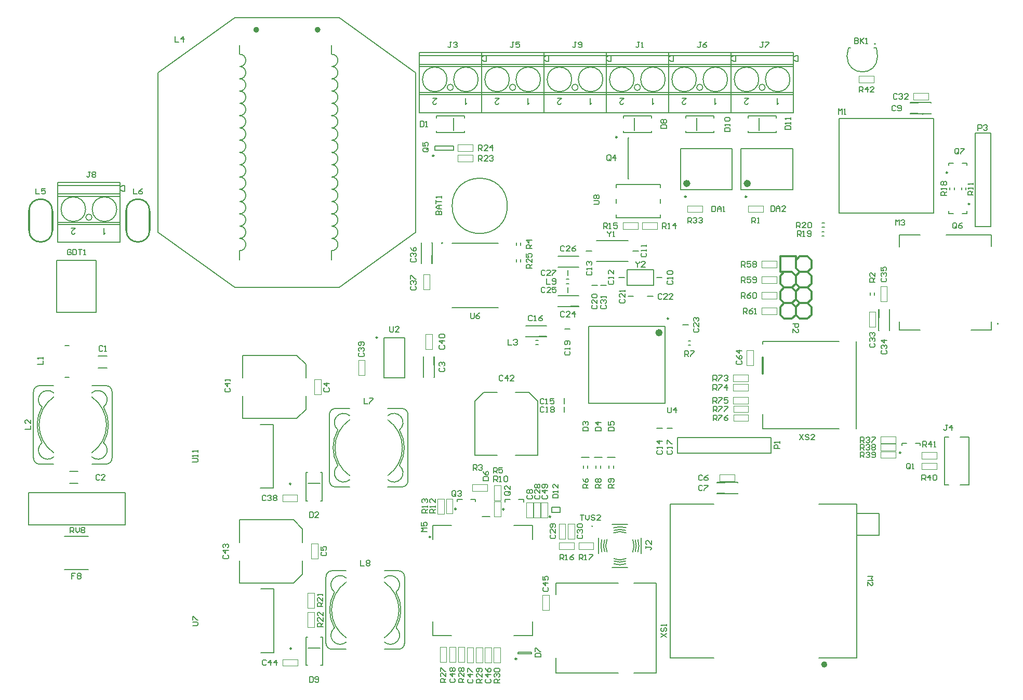
<source format=gto>
G04*
G04 #@! TF.GenerationSoftware,Altium Limited,Altium Designer,21.8.1 (53)*
G04*
G04 Layer_Color=65535*
%FSLAX25Y25*%
%MOIN*%
G70*
G04*
G04 #@! TF.SameCoordinates,C8D47062-8F1F-4A6C-B0F1-C45CC90B983E*
G04*
G04*
G04 #@! TF.FilePolarity,Positive*
G04*
G01*
G75*
%ADD10C,0.00787*%
%ADD11C,0.00984*%
%ADD12C,0.02362*%
%ADD13C,0.00500*%
%ADD14C,0.00600*%
%ADD15C,0.01968*%
%ADD16C,0.01000*%
%ADD17C,0.00400*%
%ADD18C,0.01181*%
%ADD19C,0.00591*%
%ADD20C,0.00709*%
D10*
X571096Y194772D02*
G03*
X571096Y194772I-394J0D01*
G01*
X214561Y246466D02*
G03*
X214561Y246466I-394J0D01*
G01*
X523061Y329321D02*
G03*
X523061Y329321I-394J0D01*
G01*
X301493Y346387D02*
G03*
X301493Y346387I-1969J0D01*
G01*
X317399Y351505D02*
G03*
X317399Y351505I-7874J0D01*
G01*
X297399D02*
G03*
X297399Y351505I-7874J0D01*
G01*
X377414D02*
G03*
X377414Y351505I-7874J0D01*
G01*
X397414D02*
G03*
X397414Y351505I-7874J0D01*
G01*
X381509Y346387D02*
G03*
X381509Y346387I-1969J0D01*
G01*
X417424Y351505D02*
G03*
X417424Y351505I-7874J0D01*
G01*
X437424D02*
G03*
X437424Y351505I-7874J0D01*
G01*
X421519Y346387D02*
G03*
X421519Y346387I-1969J0D01*
G01*
X337404Y351505D02*
G03*
X337404Y351505I-7874J0D01*
G01*
X357404D02*
G03*
X357404Y351505I-7874J0D01*
G01*
X341499Y346387D02*
G03*
X341499Y346387I-1969J0D01*
G01*
X492381Y374227D02*
G03*
X492381Y374227I-394J0D01*
G01*
X154933Y135788D02*
G03*
X147390Y126710I-3942J-4397D01*
G01*
X179343Y94700D02*
G03*
X186885Y103778I3942J4397D01*
G01*
X147390D02*
G03*
X154933Y94700I3601J-4681D01*
G01*
X186885Y126710D02*
G03*
X179343Y135788I-3601J4681D01*
G01*
X145878Y140441D02*
G03*
X141941Y136504I0J-3937D01*
G01*
Y93984D02*
G03*
X145878Y90047I3937J0D01*
G01*
X192335Y136504D02*
G03*
X188398Y140441I-3937J0D01*
G01*
Y90047D02*
G03*
X192335Y93984I0J3937D01*
G01*
X186885Y103778D02*
G03*
X186885Y126710I-19747J11466D01*
G01*
X179343Y97358D02*
G03*
X179343Y133130I-12205J17886D01*
G01*
X147390Y126710D02*
G03*
X147390Y103778I19747J-11466D01*
G01*
X154933Y133130D02*
G03*
X154933Y97358I12205J-17886D01*
G01*
X152749Y31689D02*
G03*
X145206Y22610I-3942J-4397D01*
G01*
X177158Y-9399D02*
G03*
X184701Y-321I3942J4397D01*
G01*
X145206D02*
G03*
X152749Y-9399I3601J-4681D01*
G01*
X184701Y22610D02*
G03*
X177158Y31689I-3601J4681D01*
G01*
X143694Y36342D02*
G03*
X139757Y32405I0J-3937D01*
G01*
Y-10115D02*
G03*
X143694Y-14052I3937J0D01*
G01*
X190151Y32405D02*
G03*
X186214Y36342I-3937J0D01*
G01*
Y-14052D02*
G03*
X190151Y-10115I0J3937D01*
G01*
X184701Y-321D02*
G03*
X184701Y22610I-19747J11466D01*
G01*
X177158Y-6742D02*
G03*
X177158Y29031I-12205J17886D01*
G01*
X145206Y22610D02*
G03*
X145206Y-321I19747J-11466D01*
G01*
X152749Y29031D02*
G03*
X152749Y-6742I12205J-17886D01*
G01*
X-10496Y111998D02*
G03*
X-10496Y147771I-12205J17886D01*
G01*
X-2953Y118419D02*
G03*
X-2953Y141351I-19747J11466D01*
G01*
X-34905Y147771D02*
G03*
X-34905Y111998I12205J-17886D01*
G01*
X-42448Y141351D02*
G03*
X-42448Y118419I19747J-11466D01*
G01*
X-43961Y155082D02*
G03*
X-47898Y151145I0J-3937D01*
G01*
Y108625D02*
G03*
X-43961Y104688I3937J0D01*
G01*
X2496Y151145D02*
G03*
X-1441Y155082I-3937J0D01*
G01*
Y104688D02*
G03*
X2496Y108625I0J3937D01*
G01*
X-42448Y118419D02*
G03*
X-34905Y109341I3601J-4681D01*
G01*
X-2953Y141351D02*
G03*
X-10496Y150429I-3601J4681D01*
G01*
X-34905D02*
G03*
X-42448Y141351I-3942J-4397D01*
G01*
X-10496Y109341D02*
G03*
X-2953Y118419I3942J4397D01*
G01*
X217399Y351507D02*
G03*
X217399Y351507I-7874J0D01*
G01*
X237399D02*
G03*
X237399Y351507I-7874J0D01*
G01*
X221493Y346389D02*
G03*
X221493Y346389I-1969J0D01*
G01*
X261493Y346387D02*
G03*
X261493Y346387I-1969J0D01*
G01*
X277399Y351505D02*
G03*
X277399Y351505I-7874J0D01*
G01*
X257399D02*
G03*
X257399Y351505I-7874J0D01*
G01*
X256103Y270385D02*
G03*
X256103Y270385I-17717J0D01*
G01*
X332218Y63910D02*
G03*
X324419Y63913I-3905J-11566D01*
G01*
X332270Y60585D02*
G03*
X324369Y60585I-3951J-8236D01*
G01*
X332022Y62164D02*
G03*
X324616Y62165I-3705J-9811D01*
G01*
X338125Y48638D02*
G03*
X338134Y56045I-9808J3715D01*
G01*
X336549Y48387D02*
G03*
X336558Y56293I-8230J3963D01*
G01*
X339881Y48444D02*
G03*
X339882Y56239I-11567J3900D01*
G01*
X324420Y40774D02*
G03*
X332217Y40778I3893J11569D01*
G01*
X324615Y42540D02*
G03*
X332023Y42542I3702J9812D01*
G01*
X324363Y44116D02*
G03*
X332275Y44116I3956J8233D01*
G01*
X318501Y56045D02*
G03*
X318510Y48638I9816J-3692D01*
G01*
X320080Y56293D02*
G03*
X320089Y48387I8239J-3944D01*
G01*
X316746Y56242D02*
G03*
X316747Y48441I11568J-3898D01*
G01*
X-14488Y268209D02*
G03*
X-14488Y268209I-7874J0D01*
G01*
X5512D02*
G03*
X5512Y268209I-7874J0D01*
G01*
X-10394Y263090D02*
G03*
X-10394Y263090I-1969J0D01*
G01*
X143406Y343996D02*
G03*
X143406Y351870I0J3937D01*
G01*
Y351870D02*
G03*
X143406Y359744I0J3937D01*
G01*
D02*
G03*
X143406Y367618I0J3937D01*
G01*
Y328248D02*
G03*
X143406Y336122I0J3937D01*
G01*
Y320374D02*
G03*
X143406Y328248I0J3937D01*
G01*
Y312500D02*
G03*
X143406Y320374I0J3937D01*
G01*
Y296752D02*
G03*
X143406Y304626I0J3937D01*
G01*
Y288878D02*
G03*
X143406Y296752I0J3937D01*
G01*
Y336122D02*
G03*
X143406Y343996I0J3937D01*
G01*
Y304626D02*
G03*
X143406Y312500I0J3937D01*
G01*
Y281004D02*
G03*
X143406Y288878I0J3937D01*
G01*
Y273130D02*
G03*
X143406Y281004I0J3937D01*
G01*
Y265256D02*
G03*
X143406Y273130I0J3937D01*
G01*
Y257382D02*
G03*
X143406Y265256I0J3937D01*
G01*
Y249508D02*
G03*
X143406Y257382I0J3937D01*
G01*
Y241634D02*
G03*
X143406Y249508I0J3937D01*
G01*
X84351Y343996D02*
G03*
X84351Y351870I0J3937D01*
G01*
Y351870D02*
G03*
X84351Y359744I0J3937D01*
G01*
D02*
G03*
X84351Y367618I0J3937D01*
G01*
Y328248D02*
G03*
X84351Y336122I0J3937D01*
G01*
Y320374D02*
G03*
X84351Y328248I0J3937D01*
G01*
Y312500D02*
G03*
X84351Y320374I0J3937D01*
G01*
Y296752D02*
G03*
X84351Y304626I0J3937D01*
G01*
Y288878D02*
G03*
X84351Y296752I0J3937D01*
G01*
Y336122D02*
G03*
X84351Y343996I0J3937D01*
G01*
Y304626D02*
G03*
X84351Y312500I0J3937D01*
G01*
Y281004D02*
G03*
X84351Y288878I0J3937D01*
G01*
Y273130D02*
G03*
X84351Y281004I0J3937D01*
G01*
Y265256D02*
G03*
X84351Y273130I0J3937D01*
G01*
Y257382D02*
G03*
X84351Y265256I0J3937D01*
G01*
Y249508D02*
G03*
X84351Y257382I0J3937D01*
G01*
Y241634D02*
G03*
X84351Y249508I0J3937D01*
G01*
X566765Y190638D02*
Y196150D01*
Y244378D02*
Y251661D01*
X537533D02*
X566765D01*
X507710D02*
X521096D01*
X507710Y190638D02*
Y196150D01*
Y244181D02*
Y251661D01*
X553773Y190638D02*
X566765D01*
X507710D02*
X520801D01*
X176990Y160005D02*
X190376D01*
X176990Y185595D02*
X190376D01*
Y160005D02*
Y185595D01*
X176990Y160005D02*
Y185595D01*
X202400Y168549D02*
Y173667D01*
X202203Y160281D02*
X202400D01*
X209093Y168549D02*
Y173667D01*
Y160281D02*
X209290D01*
X202203D02*
Y173667D01*
X209290Y160281D02*
Y173667D01*
X276249Y193336D02*
X281367D01*
X267981D02*
Y193533D01*
X276249Y186643D02*
X281367D01*
X267981Y186446D02*
Y186643D01*
Y193533D02*
X281367D01*
X267981Y186446D02*
X281367D01*
X274350Y181469D02*
X275925D01*
X274350Y184225D02*
X275925D01*
X200880Y233474D02*
Y246860D01*
X207966Y233474D02*
Y246860D01*
X200880D02*
X201076D01*
Y233474D02*
Y238592D01*
X207769Y246860D02*
X207966D01*
X207769Y233474D02*
Y238592D01*
X296727Y237938D02*
X301845D01*
X288459D02*
Y238135D01*
X296727Y231245D02*
X301845D01*
X288459Y231048D02*
Y231245D01*
Y238135D02*
X301845D01*
X288459Y231048D02*
X301845D01*
X264578Y245113D02*
Y246687D01*
X261822Y245113D02*
Y246687D01*
X261822Y234413D02*
Y235987D01*
X264578Y234413D02*
Y235987D01*
X315941Y219400D02*
X319484D01*
X333038Y229550D02*
X350038D01*
Y219549D02*
Y229550D01*
X333038Y219549D02*
X350038D01*
X333038D02*
Y229550D01*
X336566Y241348D02*
X340109D01*
X327722Y224550D02*
X331265D01*
X457851Y253915D02*
X459425D01*
X457851Y251159D02*
X459425D01*
X457950Y259427D02*
X459525D01*
X457950Y256672D02*
X459525D01*
X346066Y212350D02*
X349609D01*
X556238Y256950D02*
Y316950D01*
X566238Y256950D02*
Y316950D01*
X556238D02*
X566238D01*
X556238Y256950D02*
X566238D01*
X542823Y280662D02*
Y282237D01*
X540067Y280662D02*
Y282237D01*
X551090Y265405D02*
Y266980D01*
X547941Y265405D02*
X551090D01*
X539279D02*
Y266980D01*
Y265405D02*
X542429D01*
X547547Y280662D02*
Y282237D01*
X550303Y280662D02*
Y282237D01*
X539279Y296319D02*
Y297894D01*
X542429D01*
X551090Y296319D02*
Y297894D01*
X547941D02*
X551090D01*
X514645Y336593D02*
X528031D01*
X514645Y329506D02*
X528031D01*
Y336396D02*
Y336593D01*
X514645Y336396D02*
X519763D01*
X528031Y329506D02*
Y329703D01*
X514645D02*
X519763D01*
X501405Y190557D02*
Y203942D01*
X494319Y190557D02*
Y203942D01*
X501209Y190557D02*
X501405D01*
X501209Y198824D02*
Y203942D01*
X494319Y190557D02*
X494516D01*
Y198824D02*
Y203942D01*
X491616Y213162D02*
Y214737D01*
X488860Y213162D02*
Y214737D01*
X304800Y102235D02*
Y103810D01*
X307556Y102235D02*
Y103810D01*
X313081Y102235D02*
Y103810D01*
X315836Y102235D02*
Y103810D01*
X321361Y102235D02*
Y103810D01*
X324117Y102235D02*
Y103810D01*
X303619Y109126D02*
X308737D01*
X311899D02*
X317017D01*
X320180D02*
X325298D01*
X351834Y224436D02*
X355378D01*
X288459Y205806D02*
X301845D01*
X288459Y212893D02*
X301845D01*
X288459Y205806D02*
Y206003D01*
X296727D02*
X301845D01*
X288459Y212696D02*
Y212893D01*
X296727Y212696D02*
X301845D01*
X295038Y214666D02*
Y218209D01*
X294938Y225691D02*
Y229234D01*
X294054Y223328D02*
X295628D01*
X294054Y220572D02*
X295628D01*
X372109Y183739D02*
X373684D01*
X372109Y180983D02*
X373684D01*
X368566Y194050D02*
X372109D01*
X292866Y191250D02*
X296410D01*
X292579Y143469D02*
Y147012D01*
X292539Y137956D02*
Y141499D01*
X351953Y127649D02*
X355497D01*
X358466Y127691D02*
X362010D01*
X509252Y116673D02*
Y118247D01*
X512401D01*
X521063Y116673D02*
Y118247D01*
X517913D02*
X521063D01*
X313163Y234669D02*
X333636D01*
X313163Y248055D02*
X333636D01*
X333466Y212350D02*
X337010D01*
X310428Y219400D02*
X313972D01*
X306690Y241349D02*
X310233D01*
X308132Y192956D02*
X357344D01*
X308132Y143743D02*
X357344D01*
Y192956D01*
X308132Y143743D02*
Y192956D01*
X536511Y91454D02*
X539267D01*
X552259D02*
Y122163D01*
X536511D02*
X539267D01*
X546747Y91454D02*
X552259D01*
X546747Y122163D02*
X552259D01*
X536511Y91454D02*
Y122163D01*
X479817Y127267D02*
X479818Y183369D01*
X419975Y127463D02*
X468991D01*
X419975Y183369D02*
X468991D01*
X419975Y181794D02*
Y183369D01*
Y127463D02*
Y136617D01*
X223963Y80601D02*
Y82176D01*
X227112D01*
X235774Y80601D02*
Y82176D01*
X232624D02*
X235774D01*
X254727Y80401D02*
Y81976D01*
X257876D01*
X266538Y80401D02*
Y81976D01*
X263388D02*
X266538D01*
X279525Y330245D02*
X319525D01*
X279525D02*
Y368828D01*
X319525D01*
Y330245D02*
Y368828D01*
Y363831D02*
X320183D01*
X321096Y363064D01*
X322442D01*
Y366718D01*
X321096D02*
X322442D01*
X320183Y365950D02*
X321096Y366718D01*
X319525Y365950D02*
X320183D01*
X279525Y366859D02*
X319525D01*
X279525Y343200D02*
X319525D01*
X279525Y359705D02*
X319525D01*
X279525Y341703D02*
X319525D01*
X279525Y361239D02*
X319525D01*
X359540D02*
X399540D01*
X359540Y341703D02*
X399540D01*
X359540Y359705D02*
X399540D01*
X359540Y343200D02*
X399540D01*
X359540Y366859D02*
X399540D01*
Y365950D02*
X400199D01*
X401112Y366718D01*
X402458D01*
Y363064D02*
Y366718D01*
X401112Y363064D02*
X402458D01*
X400199Y363831D02*
X401112Y363064D01*
X399540Y363831D02*
X400199D01*
X399540Y330245D02*
Y368828D01*
X359540D02*
X399540D01*
X359540Y330245D02*
Y368828D01*
Y330245D02*
X399540D01*
X399550Y361239D02*
X439550D01*
X399550Y341703D02*
X439550D01*
X399550Y359705D02*
X439550D01*
X399550Y343200D02*
X439550D01*
X399550Y366859D02*
X439550D01*
Y365950D02*
X440209D01*
X441121Y366718D01*
X442467D01*
Y363064D02*
Y366718D01*
X441121Y363064D02*
X442467D01*
X440209Y363831D02*
X441121Y363064D01*
X439550Y363831D02*
X440209D01*
X439550Y330245D02*
Y368828D01*
X399550D02*
X439550D01*
X399550Y330245D02*
Y368828D01*
Y330245D02*
X439550D01*
X319530Y361239D02*
X359530D01*
X319530Y341703D02*
X359530D01*
X319530Y359705D02*
X359530D01*
X319530Y343200D02*
X359530D01*
X319530Y366859D02*
X359530D01*
Y365950D02*
X360189D01*
X361102Y366718D01*
X362448D01*
Y363064D02*
Y366718D01*
X361102Y363064D02*
X362448D01*
X360189Y363831D02*
X361102Y363064D01*
X359530Y363831D02*
X360189D01*
X359530Y330245D02*
Y368828D01*
X319530D02*
X359530D01*
X319530Y330245D02*
Y368828D01*
Y330245D02*
X359530D01*
X333588Y314011D02*
X334080D01*
X333588Y287633D02*
Y314011D01*
Y287633D02*
X334080D01*
X330475Y326783D02*
Y327965D01*
X348585D01*
Y326783D02*
Y327965D01*
X330475Y317335D02*
Y318516D01*
Y317335D02*
X348585D01*
Y318516D01*
X337463Y318713D02*
Y326587D01*
X400337Y280802D02*
Y306983D01*
X367266Y280802D02*
Y306983D01*
X400337D01*
X367266Y280802D02*
X400337D01*
X439137D02*
Y306983D01*
X406066Y280802D02*
Y306983D01*
X439137D01*
X406066Y280802D02*
X439137D01*
X370485Y326783D02*
Y327965D01*
X388595D01*
Y326783D02*
Y327965D01*
X370485Y317335D02*
Y318516D01*
Y317335D02*
X388595D01*
Y318516D01*
X377473Y318713D02*
Y326587D01*
X410495Y326783D02*
Y327965D01*
X428605D01*
Y326783D02*
Y327965D01*
X410495Y317335D02*
Y318516D01*
Y317335D02*
X428605D01*
Y318516D01*
X417483Y318713D02*
Y326587D01*
X390645Y92932D02*
X404031D01*
X390645Y85845D02*
X404031D01*
Y92735D02*
Y92932D01*
X390645Y92735D02*
X395763D01*
X404031Y85845D02*
Y86042D01*
X390645D02*
X395763D01*
X284599Y73863D02*
Y77013D01*
X289914Y73863D02*
Y77013D01*
X284599Y73863D02*
X289914D01*
X284599Y77013D02*
X289914D01*
X239873Y71198D02*
X244991D01*
X262802Y-17053D02*
Y-15872D01*
X271463Y-17053D02*
Y-15872D01*
X262802Y-17053D02*
X271463D01*
X262802Y-15872D02*
X271463D01*
X98043Y24622D02*
X106311D01*
Y-16323D02*
Y24622D01*
X98043Y-16323D02*
X106311D01*
X97749Y130221D02*
X106016D01*
Y89277D02*
Y130221D01*
X97749Y89277D02*
X106016D01*
X128224Y-13288D02*
X136098D01*
X126847Y-24410D02*
X128028D01*
X126847D02*
Y-6300D01*
X128028D01*
X136295Y-24410D02*
X137476D01*
Y-6300D01*
X136295D02*
X137476D01*
X128163Y92316D02*
X136037D01*
X126785Y81194D02*
X127966D01*
X126785D02*
Y99304D01*
X127966D01*
X136234Y81194D02*
X137415D01*
Y99304D01*
X136234D02*
X137415D01*
X141941Y93984D02*
Y136504D01*
X145878Y140441D02*
X154933D01*
X179343Y90047D02*
X188398D01*
X192335Y93984D02*
Y136504D01*
X145878Y90047D02*
X154933D01*
X179343Y140441D02*
X188398D01*
X139757Y-10115D02*
Y32404D01*
X143694Y36341D02*
X152749D01*
X177159Y-14052D02*
X186214D01*
X190151Y-10115D02*
Y32404D01*
X143694Y-14052D02*
X152749D01*
X177159Y36341D02*
X186214D01*
X-27819Y180886D02*
X-25063D01*
X-27819Y160413D02*
X-25063D01*
X-43961Y104688D02*
X-34905D01*
X-10496Y155082D02*
X-1441D01*
X-47898Y108625D02*
Y151145D01*
X-43961Y155082D02*
X-34905D01*
X-10496Y104688D02*
X-1441D01*
X2496Y108625D02*
Y151145D01*
X-28039Y36941D02*
X-12685D01*
X-28039Y58358D02*
X-12685D01*
X209732Y308853D02*
X221543D01*
X209732Y306097D02*
X221543D01*
Y308853D01*
X209732Y306097D02*
Y308853D01*
X199525Y361241D02*
X239525D01*
X199525Y341704D02*
X239525D01*
X199525Y359707D02*
X239525D01*
X199525Y343202D02*
X239525D01*
X199525Y366861D02*
X239525D01*
Y365952D02*
X240183D01*
X241096Y366720D01*
X242442D01*
Y363066D02*
Y366720D01*
X241096Y363066D02*
X242442D01*
X240183Y363833D02*
X241096Y363066D01*
X239525Y363833D02*
X240183D01*
X239525Y330247D02*
Y368830D01*
X199525D02*
X239525D01*
X199525Y330247D02*
Y368830D01*
Y330247D02*
X239525D01*
Y330245D02*
X279525D01*
X239525D02*
Y368828D01*
X279525D01*
Y330245D02*
Y368828D01*
Y363831D02*
X280183D01*
X281096Y363064D01*
X282442D01*
Y366718D01*
X281096D02*
X282442D01*
X280183Y365950D02*
X281096Y366718D01*
X279525Y365950D02*
X280183D01*
X239525Y366859D02*
X279525D01*
X239525Y343200D02*
X279525D01*
X239525Y359705D02*
X279525D01*
X239525Y341703D02*
X279525D01*
X239525Y361239D02*
X279525D01*
X84165Y28576D02*
Y42749D01*
Y28576D02*
X84362Y28379D01*
X84165Y68733D02*
X84362Y68930D01*
X119008D01*
X84362Y28379D02*
X119008D01*
X124717Y34088D01*
X119008Y68930D02*
X124717Y63221D01*
Y34088D02*
Y42749D01*
Y54560D02*
Y63221D01*
X84165Y54560D02*
Y68733D01*
X261343Y110274D02*
X275517D01*
X275713Y110471D01*
X235162D02*
X235359Y110274D01*
X235162Y110471D02*
Y145117D01*
X275713Y110471D02*
Y145117D01*
X270005Y150825D02*
X275713Y145117D01*
X235162D02*
X240871Y150825D01*
X261343D02*
X270005D01*
X240871D02*
X249532D01*
X235359Y110274D02*
X249532D01*
X221592Y318713D02*
Y326587D01*
X210470Y326783D02*
Y327965D01*
X228580D01*
Y326783D02*
Y327965D01*
X210470Y317335D02*
Y318516D01*
Y317335D02*
X228580D01*
Y318516D01*
X480297Y-19464D02*
Y78961D01*
X455853Y-19464D02*
X480297D01*
X455853Y78961D02*
X480297D01*
Y73055D02*
X494470D01*
Y59036D02*
Y73055D01*
X480297Y59036D02*
X494470D01*
X360611Y-19464D02*
Y78961D01*
Y-19464D02*
X388530D01*
X360611Y78961D02*
X388530D01*
X342099Y47381D02*
Y57302D01*
X323358Y38562D02*
X333280D01*
X314540Y47381D02*
Y57302D01*
X323358Y66121D02*
X333280D01*
X208345Y65574D02*
X220154D01*
X208345Y56470D02*
Y65574D01*
X260311D02*
X272119D01*
Y56470D02*
Y65574D01*
X260311Y-5390D02*
X272119D01*
Y3714D01*
X208345Y-5390D02*
X220154D01*
X208345D02*
Y3714D01*
X86249Y134175D02*
Y148348D01*
Y134175D02*
X86446Y133978D01*
X86249Y174333D02*
X86446Y174530D01*
X121091D01*
X86446Y133978D02*
X121091D01*
X126800Y139687D01*
X121091Y174530D02*
X126800Y168821D01*
Y139687D02*
Y148348D01*
Y160159D02*
Y168821D01*
X86249Y160159D02*
Y174333D01*
X-32362Y277942D02*
X7638D01*
X-32362Y258406D02*
X7638D01*
X-32362Y276409D02*
X7638D01*
X-32362Y259904D02*
X7638D01*
X-32362Y283563D02*
X7638D01*
Y282654D02*
X8297D01*
X9209Y283421D01*
X10555D01*
Y279768D02*
Y283421D01*
X9209Y279768D02*
X10555D01*
X8297Y280535D02*
X9209Y279768D01*
X7638Y280535D02*
X8297D01*
X7638Y246949D02*
Y285531D01*
X-32362D02*
X7638D01*
X-32362Y246949D02*
Y285531D01*
Y246949D02*
X7638D01*
X31988Y253445D02*
X81201Y218012D01*
X31988Y355807D02*
X81201Y391240D01*
X31988Y253445D02*
Y355807D01*
X148130Y218012D02*
X197343Y253445D01*
X81201Y218012D02*
X148130D01*
Y391240D02*
X197343Y355807D01*
Y253445D02*
Y355807D01*
X81201Y391240D02*
X148130D01*
X143406Y367618D02*
Y373524D01*
Y235728D02*
Y241634D01*
X84350Y367618D02*
Y373524D01*
Y235728D02*
Y241634D01*
X365438Y111850D02*
Y121850D01*
X425438Y111850D02*
Y121850D01*
X365438Y111850D02*
X425438D01*
X365438Y121850D02*
X425438D01*
D11*
X172757Y185890D02*
G03*
X172757Y185890I-492J0D01*
G01*
X552764Y271606D02*
G03*
X552764Y271606I-492J0D01*
G01*
X538590Y291693D02*
G03*
X538590Y291693I-492J0D01*
G01*
X508563Y112047D02*
G03*
X508563Y112047I-492J0D01*
G01*
X359608Y198074D02*
G03*
X359608Y198074I-492J0D01*
G01*
X223274Y75975D02*
G03*
X223274Y75975I-492J0D01*
G01*
X254038Y75775D02*
G03*
X254038Y75775I-492J0D01*
G01*
X326501Y314463D02*
G03*
X326501Y314463I-492J0D01*
G01*
X370849Y276274D02*
G03*
X370849Y276274I-492J0D01*
G01*
X409649D02*
G03*
X409649Y276274I-492J0D01*
G01*
X283949Y71048D02*
G03*
X283949Y71048I-492J0D01*
G01*
X262113Y-20202D02*
G03*
X262113Y-20202I-492J0D01*
G01*
X117630Y-13567D02*
G03*
X117630Y-13567I-492J0D01*
G01*
X117335Y92032D02*
G03*
X117335Y92032I-492J0D01*
G01*
X209043Y302554D02*
G03*
X209043Y302554I-492J0D01*
G01*
D12*
X354588Y189019D02*
G03*
X354588Y189019I-1181J0D01*
G01*
X372384Y284739D02*
G03*
X372384Y284739I-1181J0D01*
G01*
X411184D02*
G03*
X411184Y284739I-1181J0D01*
G01*
D13*
X474094Y366038D02*
G03*
X493582Y366038I9744J0D01*
G01*
X337252Y-29274D02*
X351524D01*
X287311D02*
X327410D01*
X337154Y28443D02*
X351524D01*
X287311D02*
X327311D01*
X351524Y-29274D02*
Y28443D01*
X287311Y21139D02*
Y28443D01*
Y-29274D02*
Y-19609D01*
X220466Y204931D02*
X250387D01*
X220466Y246269D02*
X250387D01*
X468848Y265660D02*
Y326447D01*
Y265660D02*
X529635D01*
Y326447D01*
X468848D02*
X529635D01*
X474901Y371806D02*
X476358D01*
X491318D02*
X492775D01*
X474094Y366038D02*
X474901Y371806D01*
X492775D02*
X493582Y366038D01*
D14*
X310814Y64873D02*
G03*
X310814Y64873I-300J0D01*
G01*
X325801Y262852D02*
Y264605D01*
Y283952D02*
X354401D01*
X325801Y282200D02*
Y283952D01*
Y262852D02*
X354401D01*
Y264605D01*
Y272200D02*
Y274605D01*
Y282200D02*
Y283952D01*
X325801Y272200D02*
Y274605D01*
X-6247Y166499D02*
X-735D01*
X-6247Y174176D02*
X-735D01*
X-24768Y100160D02*
X-19256D01*
X-24768Y92483D02*
X-19256D01*
X-32977Y202149D02*
X-7577D01*
Y235449D01*
X-32977D02*
X-7577D01*
X-32977Y202149D02*
Y235449D01*
X10874Y65843D02*
Y86543D01*
X-51126Y65843D02*
X10874D01*
X-51126D02*
Y86543D01*
X10874D01*
D15*
X460385Y-23802D02*
G03*
X460385Y-23802I-989J0D01*
G01*
X95861Y383366D02*
G03*
X95861Y383366I-880J0D01*
G01*
X135231D02*
G03*
X135231Y383366I-880J0D01*
G01*
D16*
X206768Y58045D02*
G03*
X206768Y58045I-394J0D01*
G01*
X-50807Y254724D02*
G03*
X-35807Y254724I7500J0D01*
G01*
Y267224D02*
G03*
X-50807Y267224I-7500J0D01*
G01*
X11594Y254724D02*
G03*
X26594Y254724I7500J0D01*
G01*
Y267224D02*
G03*
X11594Y267224I-7500J0D01*
G01*
D17*
X207847Y178518D02*
Y188118D01*
X203647Y178518D02*
X207847D01*
X203647Y188118D02*
X207847D01*
X203647Y178518D02*
Y188118D01*
X224437Y298839D02*
X234037D01*
X224437Y303040D02*
X234037D01*
X224437Y298839D02*
Y303040D01*
X234037Y298839D02*
Y303040D01*
X224438Y309750D02*
X234038D01*
X224438Y305550D02*
X234038D01*
Y309750D01*
X224438Y305550D02*
Y309750D01*
X352123Y255497D02*
Y259697D01*
X342523Y255497D02*
Y259697D01*
X352123D01*
X342523Y255497D02*
X352123D01*
X330302Y255497D02*
Y259697D01*
X339902Y255497D02*
Y259697D01*
X330302Y255497D02*
X339902D01*
X330302Y259697D02*
X339902D01*
X419349Y230850D02*
Y235050D01*
X428949Y230850D02*
Y235050D01*
X419349Y230850D02*
X428949D01*
X419349Y235050D02*
X428949D01*
X419349Y220849D02*
Y225049D01*
X428949Y220849D02*
Y225049D01*
X419349Y220849D02*
X428949D01*
X419349Y225049D02*
X428949D01*
X419349Y210849D02*
Y215049D01*
X428949Y210849D02*
Y215049D01*
X419349Y210849D02*
X428949D01*
X419349Y215049D02*
X428949D01*
X419349Y200850D02*
Y205049D01*
X428949Y200850D02*
Y205049D01*
X419349Y200850D02*
X428949D01*
X419349Y205049D02*
X428949D01*
X516738Y338573D02*
X526338D01*
X516738D02*
Y342773D01*
X526338Y338573D02*
Y342773D01*
X516738D02*
X526338D01*
X492338Y192740D02*
Y202341D01*
X488138Y192740D02*
X492338D01*
X488138Y202341D02*
X492338D01*
X488138Y192740D02*
Y202341D01*
X495538Y209200D02*
Y218800D01*
X499738D01*
X495538Y209200D02*
X499738D01*
Y218800D01*
X522017Y108091D02*
Y112291D01*
X531617Y108091D02*
Y112291D01*
X522017Y108091D02*
X531617D01*
X522017Y112291D02*
X531617D01*
X522017Y101381D02*
Y105581D01*
X531617Y101381D02*
Y105581D01*
X522017Y101381D02*
X531617D01*
X522017Y105581D02*
X531617D01*
X495617Y118101D02*
Y122301D01*
X505218Y118101D02*
Y122301D01*
X495617Y118101D02*
X505218D01*
X495617Y122301D02*
X505218D01*
X505275Y113391D02*
Y117591D01*
X495675Y113391D02*
Y117591D01*
X505275D01*
X495675Y113391D02*
X505275D01*
X495676Y108681D02*
Y112881D01*
X505275Y108681D02*
Y112881D01*
X495676Y108681D02*
X505275D01*
X495676Y112881D02*
X505275D01*
X409738Y168050D02*
Y177649D01*
X413938D01*
X409738Y168050D02*
X413938D01*
Y177649D01*
X401126Y137919D02*
X410726D01*
X401126Y142119D02*
X410726D01*
X401126Y137919D02*
Y142119D01*
X410726Y137919D02*
Y142119D01*
X401038Y143549D02*
X410638D01*
X401038Y147749D02*
X410638D01*
X401038Y143549D02*
Y147749D01*
X410638Y143549D02*
Y147749D01*
X401038Y151733D02*
X410638D01*
X401038Y155933D02*
X410638D01*
X401038Y151733D02*
Y155933D01*
X410638Y151733D02*
Y155933D01*
X392338Y98112D02*
X401938D01*
Y93912D02*
Y98112D01*
X392338Y93912D02*
Y98112D01*
Y93912D02*
X401938D01*
X401038Y157736D02*
X410638D01*
X401038Y161936D02*
X410638D01*
X401038Y157736D02*
Y161936D01*
X410638Y157736D02*
Y161936D01*
X401126Y132290D02*
X410726D01*
X401126Y136489D02*
X410726D01*
X401126Y132290D02*
Y136489D01*
X410726Y132290D02*
Y136489D01*
X371751Y266339D02*
Y270539D01*
X381351Y266339D02*
Y270539D01*
X371751Y266339D02*
X381351D01*
X371751Y270539D02*
X381351D01*
X410551D02*
X420151D01*
X410551Y266339D02*
X420151D01*
Y270539D01*
X410551Y266339D02*
Y270539D01*
X481638Y353650D02*
X491238D01*
X481638Y349450D02*
X491238D01*
Y353650D01*
X481638Y349450D02*
Y353650D01*
X241603Y-22562D02*
Y-12962D01*
X245803D01*
X241603Y-22562D02*
X245803D01*
Y-12962D01*
X230215Y-22562D02*
Y-12962D01*
X234415D01*
X230215Y-22562D02*
X234415D01*
Y-12962D01*
X218826Y-22312D02*
Y-12712D01*
X223026D01*
X218826Y-22312D02*
X223026D01*
Y-12712D01*
X212833Y-12713D02*
X217033D01*
X212833Y-22313D02*
X217033D01*
X212833D02*
Y-12713D01*
X217033Y-22313D02*
Y-12713D01*
X224520Y-12713D02*
X228720D01*
X224520Y-22313D02*
X228720D01*
X224520D02*
Y-12713D01*
X228720Y-22313D02*
Y-12713D01*
X235909Y-12963D02*
X240109D01*
X235909Y-22563D02*
X240109D01*
X235909D02*
Y-12963D01*
X240109Y-22563D02*
Y-12963D01*
X251497Y-22563D02*
Y-12963D01*
X247297Y-22563D02*
Y-12963D01*
Y-22563D02*
X251497D01*
X247297Y-12963D02*
X251497D01*
X216842Y72938D02*
X221042D01*
X216842Y82538D02*
X221042D01*
Y72938D02*
Y82538D01*
X216842Y72938D02*
Y82538D01*
X211345Y72888D02*
X215545D01*
X211345Y82488D02*
X215545D01*
Y72888D02*
Y82488D01*
X211345Y72888D02*
Y82488D01*
X289432Y50241D02*
X299032D01*
X289432Y54441D02*
X299032D01*
X289432Y50241D02*
Y54441D01*
X299032Y50241D02*
Y54441D01*
X301783Y50241D02*
X311383D01*
X301783Y54441D02*
X311383D01*
X301783Y50241D02*
Y54441D01*
X311383Y50241D02*
Y54441D01*
X282832Y11038D02*
Y20638D01*
X278632Y11038D02*
X282832D01*
X278632Y20638D02*
X282832D01*
X278632Y11038D02*
Y20638D01*
X247606Y71238D02*
X251806D01*
X247606Y80838D02*
X251806D01*
Y71238D02*
Y80838D01*
X247606Y71238D02*
Y80838D01*
Y81460D02*
X251806D01*
X247606Y91060D02*
X251806D01*
Y81460D02*
Y91060D01*
X247606Y81460D02*
Y91060D01*
X233747Y87409D02*
Y91609D01*
X243347Y87409D02*
Y91609D01*
X233747Y87409D02*
X243347D01*
X233747Y91609D02*
X243347D01*
X111779Y85115D02*
X121379D01*
Y80915D02*
Y85115D01*
X111779Y80915D02*
Y85115D01*
Y80915D02*
X121379D01*
X112005Y-20485D02*
X121605D01*
Y-24685D02*
Y-20485D01*
X112005Y-24685D02*
Y-20485D01*
Y-24685D02*
X121605D01*
X130392Y44215D02*
Y53815D01*
X134592D01*
X130392Y44215D02*
X134592D01*
Y53815D01*
X132148Y12344D02*
Y21944D01*
X127948Y12344D02*
Y21944D01*
Y12344D02*
X132148D01*
X127948Y21944D02*
X132148D01*
X127948Y123D02*
Y9723D01*
X132148Y123D02*
Y9723D01*
X127948D02*
X132148D01*
X127948Y123D02*
X132148D01*
X160500Y161800D02*
Y171400D01*
X164700D01*
X160500Y161800D02*
X164700D01*
Y171400D01*
X202224Y216863D02*
Y226463D01*
X206424D01*
X202224Y216863D02*
X206424D01*
Y226463D01*
X299218Y56783D02*
Y66383D01*
X295018Y56783D02*
X299218D01*
X295018Y66383D02*
X299218D01*
X295018Y56783D02*
Y66383D01*
X293332Y56783D02*
Y66383D01*
X289132Y56783D02*
X293332D01*
X289132Y66383D02*
X293332D01*
X289132Y56783D02*
Y66383D01*
X272988Y70360D02*
Y79960D01*
X277188D01*
X272988Y70360D02*
X277188D01*
Y79960D01*
X277686Y70360D02*
Y79960D01*
X281886D01*
X277686Y70360D02*
X281886D01*
Y79960D01*
X268290Y70360D02*
Y79960D01*
X272490D01*
X268290Y70360D02*
X272490D01*
Y79960D01*
X132346Y149449D02*
Y159049D01*
X136546D01*
X132346Y149449D02*
X136546D01*
Y159049D01*
D18*
X431138Y200449D02*
Y205450D01*
Y210450D02*
Y215450D01*
Y220449D02*
Y225449D01*
X451138Y230450D02*
Y235450D01*
X441138Y220449D02*
Y225449D01*
X438638Y217950D02*
X441138Y220449D01*
X433638Y217950D02*
X438638D01*
X431138Y220449D02*
X433638Y217950D01*
X451138Y220449D02*
Y225449D01*
X431138Y215450D02*
X433638Y217950D01*
X451138Y210450D02*
Y215450D01*
X431138Y210450D02*
X433638Y207949D01*
X438638D01*
X441138Y210450D01*
Y215450D01*
X438638Y217950D02*
X441138Y215450D01*
X438638Y207949D02*
X441138Y205450D01*
Y200449D02*
Y205450D01*
X438638Y197950D02*
X441138Y200449D01*
X433638Y197950D02*
X438638D01*
X431138Y200449D02*
X433638Y197950D01*
X451138Y200449D02*
Y205450D01*
X431138D02*
X433638Y207949D01*
X441138Y205450D02*
X443638Y207949D01*
X441138Y200449D02*
X443638Y197950D01*
X448638D01*
X451138Y200449D01*
Y205450D01*
X448638Y207949D02*
X451138Y205450D01*
X448638Y217950D02*
X451138Y215450D01*
Y210450D02*
Y215450D01*
X448638Y207949D02*
X451138Y210450D01*
X443638Y207949D02*
X448638D01*
X441138Y210450D02*
X443638Y207949D01*
X441138Y215450D02*
X443638Y217950D01*
X441138Y220449D02*
X443638Y217950D01*
X448638D01*
X451138Y220449D01*
Y225449D01*
X448638Y227950D02*
X451138Y225449D01*
Y230450D02*
Y235450D01*
X448638Y237949D02*
X451138Y235450D01*
X443638Y237949D02*
X448638D01*
X443638Y227950D02*
X448638D01*
X451138Y230450D01*
X431138Y225449D02*
X433638Y227950D01*
X438638D02*
X441138Y225449D01*
X431138Y237949D02*
X441138D01*
X431138Y227950D02*
X438638D01*
X441138Y230450D02*
Y237949D01*
Y230450D02*
X443638Y227950D01*
X441138Y235450D02*
X443638Y237949D01*
X441138Y225449D02*
X443638Y227950D01*
X431138D02*
Y237949D01*
X419975Y162798D02*
Y172936D01*
X-50807Y254724D02*
Y267323D01*
X-35807Y254724D02*
Y266831D01*
X11595Y254724D02*
Y267323D01*
X26595Y254724D02*
Y266831D01*
D19*
X310150Y336281D02*
X309775Y336094D01*
X309213Y335531D01*
Y339468D01*
X290587Y336469D02*
Y336281D01*
X290400Y335906D01*
X290212Y335719D01*
X289838Y335531D01*
X289088D01*
X288713Y335719D01*
X288526Y335906D01*
X288338Y336281D01*
Y336656D01*
X288526Y337031D01*
X288900Y337593D01*
X290775Y339468D01*
X288151D01*
X370603Y336469D02*
Y336281D01*
X370415Y335906D01*
X370228Y335719D01*
X369853Y335531D01*
X369103D01*
X368728Y335719D01*
X368541Y335906D01*
X368354Y336281D01*
Y336656D01*
X368541Y337031D01*
X368916Y337593D01*
X370790Y339468D01*
X368166D01*
X390165Y336281D02*
X389790Y336094D01*
X389228Y335531D01*
Y339468D01*
X410613Y336469D02*
Y336281D01*
X410425Y335906D01*
X410238Y335719D01*
X409863Y335531D01*
X409113D01*
X408738Y335719D01*
X408551Y335906D01*
X408363Y336281D01*
Y336656D01*
X408551Y337031D01*
X408926Y337593D01*
X410800Y339468D01*
X408176D01*
X430175Y336281D02*
X429800Y336094D01*
X429238Y335531D01*
Y339468D01*
X330593Y336469D02*
Y336281D01*
X330405Y335906D01*
X330218Y335719D01*
X329843Y335531D01*
X329093D01*
X328718Y335719D01*
X328531Y335906D01*
X328344Y336281D01*
Y336656D01*
X328531Y337031D01*
X328906Y337593D01*
X330780Y339468D01*
X328156D01*
X350155Y336281D02*
X349781Y336094D01*
X349218Y335531D01*
Y339468D01*
X210587Y336470D02*
Y336283D01*
X210400Y335908D01*
X210212Y335721D01*
X209838Y335533D01*
X209088D01*
X208713Y335721D01*
X208525Y335908D01*
X208338Y336283D01*
Y336658D01*
X208525Y337033D01*
X208900Y337595D01*
X210775Y339469D01*
X208151D01*
X230150Y336283D02*
X229775Y336096D01*
X229213Y335533D01*
Y339469D01*
X270150Y336281D02*
X269775Y336094D01*
X269213Y335531D01*
Y339468D01*
X250587Y336469D02*
Y336281D01*
X250400Y335906D01*
X250212Y335719D01*
X249838Y335531D01*
X249088D01*
X248713Y335719D01*
X248526Y335906D01*
X248338Y336281D01*
Y336656D01*
X248526Y337031D01*
X248900Y337593D01*
X250775Y339468D01*
X248151D01*
X-21300Y253172D02*
Y252985D01*
X-21487Y252610D01*
X-21675Y252422D01*
X-22049Y252235D01*
X-22799D01*
X-23174Y252422D01*
X-23361Y252610D01*
X-23549Y252985D01*
Y253360D01*
X-23361Y253735D01*
X-22986Y254297D01*
X-21112Y256171D01*
X-23736D01*
X-1737Y252985D02*
X-2112Y252797D01*
X-2674Y252235D01*
Y256171D01*
D20*
X316619Y206639D02*
X316029Y206048D01*
Y204868D01*
X316619Y204277D01*
X318981D01*
X319571Y204868D01*
Y206048D01*
X318981Y206639D01*
X316619Y207819D02*
X316029Y208410D01*
Y209590D01*
X316619Y210181D01*
X317210D01*
X317800Y209590D01*
Y209000D01*
Y209590D01*
X318390Y210181D01*
X318981D01*
X319571Y209590D01*
Y208410D01*
X318981Y207819D01*
X319571Y211361D02*
Y212542D01*
Y211952D01*
X316029D01*
X316619Y211361D01*
X441691Y256261D02*
Y259803D01*
X443463D01*
X444053Y259212D01*
Y258032D01*
X443463Y257441D01*
X441691D01*
X442872D02*
X444053Y256261D01*
X447595D02*
X445234D01*
X447595Y258622D01*
Y259212D01*
X447005Y259803D01*
X445824D01*
X445234Y259212D01*
X448776D02*
X449366Y259803D01*
X450547D01*
X451137Y259212D01*
Y256851D01*
X450547Y256261D01*
X449366D01*
X448776Y256851D01*
Y259212D01*
X442191Y250761D02*
Y254303D01*
X443962D01*
X444553Y253712D01*
Y252532D01*
X443962Y251941D01*
X442191D01*
X443372D02*
X444553Y250761D01*
X445734D02*
X446914D01*
X446324D01*
Y254303D01*
X445734Y253712D01*
X448685Y251351D02*
X449276Y250761D01*
X450456D01*
X451047Y251351D01*
Y253712D01*
X450456Y254303D01*
X449276D01*
X448685Y253712D01*
Y253122D01*
X449276Y252532D01*
X451047D01*
X505253Y334212D02*
X504663Y334803D01*
X503482D01*
X502891Y334212D01*
Y331851D01*
X503482Y331261D01*
X504663D01*
X505253Y331851D01*
X506434D02*
X507024Y331261D01*
X508205D01*
X508795Y331851D01*
Y334212D01*
X508205Y334803D01*
X507024D01*
X506434Y334212D01*
Y333622D01*
X507024Y333032D01*
X508795D01*
X468576Y329079D02*
Y332621D01*
X469757Y331440D01*
X470938Y332621D01*
Y329079D01*
X472119D02*
X473299D01*
X472709D01*
Y332621D01*
X472119Y332030D01*
X537809Y277122D02*
X534267D01*
Y278893D01*
X534857Y279483D01*
X536038D01*
X536628Y278893D01*
Y277122D01*
Y278303D02*
X537809Y279483D01*
Y280664D02*
Y281845D01*
Y281254D01*
X534267D01*
X534857Y280664D01*
Y283616D02*
X534267Y284206D01*
Y285387D01*
X534857Y285977D01*
X535448D01*
X536038Y285387D01*
X536628Y285977D01*
X537219D01*
X537809Y285387D01*
Y284206D01*
X537219Y283616D01*
X536628D01*
X536038Y284206D01*
X535448Y283616D01*
X534857D01*
X536038Y284206D02*
Y285387D01*
X555071Y277463D02*
X551529D01*
Y279234D01*
X552119Y279824D01*
X553300D01*
X553890Y279234D01*
Y277463D01*
Y278643D02*
X555071Y279824D01*
Y281005D02*
Y282186D01*
Y281595D01*
X551529D01*
X552119Y281005D01*
X555071Y283957D02*
Y285137D01*
Y284547D01*
X551529D01*
X552119Y283957D01*
X545748Y304269D02*
Y306630D01*
X545157Y307221D01*
X543976D01*
X543386Y306630D01*
Y304269D01*
X543976Y303678D01*
X545157D01*
X544567Y304859D02*
X545748Y303678D01*
X545157D02*
X545748Y304269D01*
X546928Y307221D02*
X549290D01*
Y306630D01*
X546928Y304269D01*
Y303678D01*
X544347Y256569D02*
Y258930D01*
X543757Y259521D01*
X542576D01*
X541986Y258930D01*
Y256569D01*
X542576Y255978D01*
X543757D01*
X543167Y257159D02*
X544347Y255978D01*
X543757D02*
X544347Y256569D01*
X547890Y259521D02*
X546709Y258930D01*
X545528Y257750D01*
Y256569D01*
X546119Y255978D01*
X547299D01*
X547890Y256569D01*
Y257159D01*
X547299Y257750D01*
X545528D01*
X558086Y318778D02*
Y322321D01*
X559857D01*
X560448Y321730D01*
Y320550D01*
X559857Y319959D01*
X558086D01*
X561628Y321730D02*
X562219Y322321D01*
X563399D01*
X563990Y321730D01*
Y321140D01*
X563399Y320550D01*
X562809D01*
X563399D01*
X563990Y319959D01*
Y319369D01*
X563399Y318778D01*
X562219D01*
X561628Y319369D01*
X338548Y234771D02*
Y234181D01*
X339729Y233000D01*
X340910Y234181D01*
Y234771D01*
X339729Y233000D02*
Y231229D01*
X344452D02*
X342090D01*
X344452Y233590D01*
Y234181D01*
X343861Y234771D01*
X342681D01*
X342090Y234181D01*
X320288Y254133D02*
Y253543D01*
X321469Y252362D01*
X322650Y253543D01*
Y254133D01*
X321469Y252362D02*
Y250591D01*
X323830D02*
X325011D01*
X324421D01*
Y254133D01*
X323830Y253543D01*
X281291Y223703D02*
Y220161D01*
X283653D01*
X284834Y220751D02*
X285424Y220161D01*
X286605D01*
X287195Y220751D01*
Y223112D01*
X286605Y223703D01*
X285424D01*
X284834Y223112D01*
Y222522D01*
X285424Y221932D01*
X287195D01*
X256548Y184671D02*
Y181129D01*
X258910D01*
X260090Y184081D02*
X260681Y184671D01*
X261861D01*
X262452Y184081D01*
Y183490D01*
X261861Y182900D01*
X261271D01*
X261861D01*
X262452Y182310D01*
Y181719D01*
X261861Y181129D01*
X260681D01*
X260090Y181719D01*
X280253Y228612D02*
X279662Y229203D01*
X278482D01*
X277891Y228612D01*
Y226251D01*
X278482Y225661D01*
X279662D01*
X280253Y226251D01*
X283795Y225661D02*
X281434D01*
X283795Y228022D01*
Y228612D01*
X283205Y229203D01*
X282024D01*
X281434Y228612D01*
X284976Y229203D02*
X287337D01*
Y228612D01*
X284976Y226251D01*
Y225661D01*
X292753Y244212D02*
X292162Y244803D01*
X290982D01*
X290391Y244212D01*
Y241851D01*
X290982Y241261D01*
X292162D01*
X292753Y241851D01*
X296295Y241261D02*
X293934D01*
X296295Y243622D01*
Y244212D01*
X295705Y244803D01*
X294524D01*
X293934Y244212D01*
X299837Y244803D02*
X298656Y244212D01*
X297476Y243032D01*
Y241851D01*
X298066Y241261D01*
X299247D01*
X299837Y241851D01*
Y242441D01*
X299247Y243032D01*
X297476D01*
X292753Y202112D02*
X292162Y202703D01*
X290982D01*
X290391Y202112D01*
Y199751D01*
X290982Y199161D01*
X292162D01*
X292753Y199751D01*
X296295Y199161D02*
X293934D01*
X296295Y201522D01*
Y202112D01*
X295705Y202703D01*
X294524D01*
X293934Y202112D01*
X299247Y199161D02*
Y202703D01*
X297476Y200932D01*
X299837D01*
X376040Y191722D02*
X375449Y191132D01*
Y189951D01*
X376040Y189361D01*
X378401D01*
X378991Y189951D01*
Y191132D01*
X378401Y191722D01*
X378991Y195264D02*
Y192903D01*
X376630Y195264D01*
X376040D01*
X375449Y194674D01*
Y193493D01*
X376040Y192903D01*
Y196445D02*
X375449Y197035D01*
Y198216D01*
X376040Y198806D01*
X376630D01*
X377220Y198216D01*
Y197626D01*
Y198216D01*
X377811Y198806D01*
X378401D01*
X378991Y198216D01*
Y197035D01*
X378401Y196445D01*
X355253Y213512D02*
X354662Y214103D01*
X353482D01*
X352891Y213512D01*
Y211151D01*
X353482Y210561D01*
X354662D01*
X355253Y211151D01*
X358795Y210561D02*
X356434D01*
X358795Y212922D01*
Y213512D01*
X358205Y214103D01*
X357024D01*
X356434Y213512D01*
X362337Y210561D02*
X359976D01*
X362337Y212922D01*
Y213512D01*
X361747Y214103D01*
X360566D01*
X359976Y213512D01*
X328557Y210578D02*
X327967Y209988D01*
Y208807D01*
X328557Y208217D01*
X330919D01*
X331509Y208807D01*
Y209988D01*
X330919Y210578D01*
X331509Y214121D02*
Y211759D01*
X329148Y214121D01*
X328557D01*
X327967Y213530D01*
Y212350D01*
X328557Y211759D01*
X331509Y215301D02*
Y216482D01*
Y215892D01*
X327967D01*
X328557Y215301D01*
X310819Y206639D02*
X310229Y206048D01*
Y204868D01*
X310819Y204277D01*
X313181D01*
X313771Y204868D01*
Y206048D01*
X313181Y206639D01*
X313771Y210181D02*
Y207819D01*
X311410Y210181D01*
X310819D01*
X310229Y209590D01*
Y208410D01*
X310819Y207819D01*
Y211361D02*
X310229Y211952D01*
Y213133D01*
X310819Y213723D01*
X313181D01*
X313771Y213133D01*
Y211952D01*
X313181Y211361D01*
X310819D01*
X293440Y177122D02*
X292849Y176532D01*
Y175351D01*
X293440Y174761D01*
X295801D01*
X296391Y175351D01*
Y176532D01*
X295801Y177122D01*
X296391Y178303D02*
Y179483D01*
Y178893D01*
X292849D01*
X293440Y178303D01*
X295801Y181254D02*
X296391Y181845D01*
Y183026D01*
X295801Y183616D01*
X293440D01*
X292849Y183026D01*
Y181845D01*
X293440Y181254D01*
X294030D01*
X294620Y181845D01*
Y183616D01*
X279672Y140930D02*
X279081Y141521D01*
X277901D01*
X277310Y140930D01*
Y138569D01*
X277901Y137978D01*
X279081D01*
X279672Y138569D01*
X280852Y137978D02*
X282033D01*
X281443D01*
Y141521D01*
X280852Y140930D01*
X283804D02*
X284395Y141521D01*
X285575D01*
X286166Y140930D01*
Y140340D01*
X285575Y139750D01*
X286166Y139159D01*
Y138569D01*
X285575Y137978D01*
X284395D01*
X283804Y138569D01*
Y139159D01*
X284395Y139750D01*
X283804Y140340D01*
Y140930D01*
X284395Y139750D02*
X285575D01*
X359040Y113522D02*
X358449Y112932D01*
Y111751D01*
X359040Y111161D01*
X361401D01*
X361991Y111751D01*
Y112932D01*
X361401Y113522D01*
X361991Y114703D02*
Y115884D01*
Y115293D01*
X358449D01*
X359040Y114703D01*
X358449Y117655D02*
Y120016D01*
X359040D01*
X361401Y117655D01*
X361991D01*
X272134Y199581D02*
X271543Y200171D01*
X270363D01*
X269772Y199581D01*
Y197219D01*
X270363Y196629D01*
X271543D01*
X272134Y197219D01*
X273314Y196629D02*
X274495D01*
X273905D01*
Y200171D01*
X273314Y199581D01*
X278628Y200171D02*
X277447Y199581D01*
X276266Y198400D01*
Y197219D01*
X276857Y196629D01*
X278037D01*
X278628Y197219D01*
Y197810D01*
X278037Y198400D01*
X276266D01*
X279572Y146230D02*
X278981Y146821D01*
X277800D01*
X277210Y146230D01*
Y143869D01*
X277800Y143279D01*
X278981D01*
X279572Y143869D01*
X280752Y143279D02*
X281933D01*
X281343D01*
Y146821D01*
X280752Y146230D01*
X286066Y146821D02*
X283704D01*
Y145050D01*
X284885Y145640D01*
X285475D01*
X286066Y145050D01*
Y143869D01*
X285475Y143279D01*
X284295D01*
X283704Y143869D01*
X352540Y113522D02*
X351949Y112932D01*
Y111751D01*
X352540Y111161D01*
X354901D01*
X355491Y111751D01*
Y112932D01*
X354901Y113522D01*
X355491Y114703D02*
Y115884D01*
Y115293D01*
X351949D01*
X352540Y114703D01*
X355491Y119426D02*
X351949D01*
X353720Y117655D01*
Y120016D01*
X307419Y228334D02*
X306829Y227743D01*
Y226563D01*
X307419Y225972D01*
X309781D01*
X310371Y226563D01*
Y227743D01*
X309781Y228334D01*
X310371Y229515D02*
Y230695D01*
Y230105D01*
X306829D01*
X307419Y229515D01*
Y232466D02*
X306829Y233057D01*
Y234237D01*
X307419Y234828D01*
X308010D01*
X308600Y234237D01*
Y233647D01*
Y234237D01*
X309190Y234828D01*
X309781D01*
X310371Y234237D01*
Y233057D01*
X309781Y232466D01*
X321440Y222522D02*
X320849Y221932D01*
Y220751D01*
X321440Y220161D01*
X323801D01*
X324391Y220751D01*
Y221932D01*
X323801Y222522D01*
X324391Y223703D02*
Y224884D01*
Y224293D01*
X320849D01*
X321440Y223703D01*
X324391Y229016D02*
Y226655D01*
X322030Y229016D01*
X321440D01*
X320849Y228426D01*
Y227245D01*
X321440Y226655D01*
X342419Y240124D02*
X341829Y239534D01*
Y238353D01*
X342419Y237763D01*
X344781D01*
X345371Y238353D01*
Y239534D01*
X344781Y240124D01*
X345371Y241305D02*
Y242485D01*
Y241895D01*
X341829D01*
X342419Y241305D01*
X345371Y244257D02*
Y245437D01*
Y244847D01*
X341829D01*
X342419Y244257D01*
X359240Y222322D02*
X358649Y221732D01*
Y220551D01*
X359240Y219961D01*
X361601D01*
X362191Y220551D01*
Y221732D01*
X361601Y222322D01*
X362191Y223503D02*
Y224683D01*
Y224093D01*
X358649D01*
X359240Y223503D01*
Y226455D02*
X358649Y227045D01*
Y228226D01*
X359240Y228816D01*
X361601D01*
X362191Y228226D01*
Y227045D01*
X361601Y226455D01*
X359240D01*
X271791Y230461D02*
X268249D01*
Y232232D01*
X268840Y232822D01*
X270020D01*
X270611Y232232D01*
Y230461D01*
Y231641D02*
X271791Y232822D01*
Y236364D02*
Y234003D01*
X269430Y236364D01*
X268840D01*
X268249Y235774D01*
Y234593D01*
X268840Y234003D01*
X268249Y239906D02*
Y237545D01*
X270020D01*
X269430Y238726D01*
Y239316D01*
X270020Y239906D01*
X271201D01*
X271791Y239316D01*
Y238135D01*
X271201Y237545D01*
X369991Y173761D02*
Y177303D01*
X371762D01*
X372353Y176712D01*
Y175532D01*
X371762Y174941D01*
X369991D01*
X371172D02*
X372353Y173761D01*
X373534Y177303D02*
X375895D01*
Y176712D01*
X373534Y174351D01*
Y173761D01*
X271791Y242961D02*
X268249D01*
Y244732D01*
X268840Y245322D01*
X270020D01*
X270611Y244732D01*
Y242961D01*
Y244141D02*
X271791Y245322D01*
Y248274D02*
X268249D01*
X270020Y246503D01*
Y248864D01*
X280353Y217612D02*
X279763Y218203D01*
X278582D01*
X277991Y217612D01*
Y215251D01*
X278582Y214661D01*
X279763D01*
X280353Y215251D01*
X283895Y214661D02*
X281534D01*
X283895Y217022D01*
Y217612D01*
X283305Y218203D01*
X282124D01*
X281534Y217612D01*
X287437Y218203D02*
X285076D01*
Y216432D01*
X286256Y217022D01*
X286847D01*
X287437Y216432D01*
Y215251D01*
X286847Y214661D01*
X285666D01*
X285076Y215251D01*
X300353Y375503D02*
X299172D01*
X299763D01*
Y372551D01*
X299172Y371961D01*
X298582D01*
X297991Y372551D01*
X301534D02*
X302124Y371961D01*
X303305D01*
X303895Y372551D01*
Y374912D01*
X303305Y375503D01*
X302124D01*
X301534Y374912D01*
Y374322D01*
X302124Y373732D01*
X303895D01*
X381253Y97212D02*
X380662Y97803D01*
X379482D01*
X378891Y97212D01*
Y94851D01*
X379482Y94261D01*
X380662D01*
X381253Y94851D01*
X384795Y97803D02*
X383614Y97212D01*
X382434Y96032D01*
Y94851D01*
X383024Y94261D01*
X384205D01*
X384795Y94851D01*
Y95441D01*
X384205Y96032D01*
X382434D01*
X302839Y72209D02*
X305201D01*
X304020D01*
Y68667D01*
X306381Y72209D02*
Y69847D01*
X307562Y68667D01*
X308743Y69847D01*
Y72209D01*
X312285Y71618D02*
X311695Y72209D01*
X310514D01*
X309923Y71618D01*
Y71028D01*
X310514Y70438D01*
X311695D01*
X312285Y69847D01*
Y69257D01*
X311695Y68667D01*
X310514D01*
X309923Y69257D01*
X315827Y68667D02*
X313466D01*
X315827Y71028D01*
Y71618D01*
X315237Y72209D01*
X314056D01*
X313466Y71618D01*
X53949Y105961D02*
X56901D01*
X57491Y106551D01*
Y107732D01*
X56901Y108322D01*
X53949D01*
X57491Y109503D02*
Y110684D01*
Y110093D01*
X53949D01*
X54540Y109503D01*
X57491Y112455D02*
Y113635D01*
Y113045D01*
X53949D01*
X54540Y112455D01*
X260353Y375503D02*
X259172D01*
X259763D01*
Y372551D01*
X259172Y371961D01*
X258582D01*
X257991Y372551D01*
X263895Y375503D02*
X261534D01*
Y373732D01*
X262714Y374322D01*
X263305D01*
X263895Y373732D01*
Y372551D01*
X263305Y371961D01*
X262124D01*
X261534Y372551D01*
X538453Y129903D02*
X537272D01*
X537862D01*
Y126951D01*
X537272Y126361D01*
X536682D01*
X536091Y126951D01*
X541405Y126361D02*
Y129903D01*
X539634Y128132D01*
X541995D01*
X204819Y307559D02*
X202457D01*
X201867Y306969D01*
Y305788D01*
X202457Y305198D01*
X204819D01*
X205409Y305788D01*
Y306969D01*
X204228Y306379D02*
X205409Y307559D01*
Y306969D02*
X204819Y307559D01*
X201867Y311101D02*
Y308740D01*
X203638D01*
X203047Y309921D01*
Y310511D01*
X203638Y311101D01*
X204819D01*
X205409Y310511D01*
Y309330D01*
X204819Y308740D01*
X381253Y90612D02*
X380662Y91203D01*
X379482D01*
X378891Y90612D01*
Y88251D01*
X379482Y87661D01*
X380662D01*
X381253Y88251D01*
X382434Y91203D02*
X384795D01*
Y90612D01*
X382434Y88251D01*
Y87661D01*
X491991Y221561D02*
X488449D01*
Y223332D01*
X489040Y223922D01*
X490220D01*
X490811Y223332D01*
Y221561D01*
Y222741D02*
X491991Y223922D01*
Y227464D02*
Y225103D01*
X489630Y227464D01*
X489040D01*
X488449Y226874D01*
Y225693D01*
X489040Y225103D01*
X285190Y83038D02*
X288732D01*
Y84809D01*
X288142Y85399D01*
X285781D01*
X285190Y84809D01*
Y83038D01*
X288732Y86580D02*
Y87761D01*
Y87170D01*
X285190D01*
X285781Y86580D01*
X288732Y91893D02*
Y89532D01*
X286371Y91893D01*
X285781D01*
X285190Y91303D01*
Y90122D01*
X285781Y89532D01*
X274112Y84809D02*
X273522Y84219D01*
Y83038D01*
X274112Y82447D01*
X276474D01*
X277064Y83038D01*
Y84219D01*
X276474Y84809D01*
X277064Y88351D02*
Y85990D01*
X274703Y88351D01*
X274112D01*
X273522Y87761D01*
Y86580D01*
X274112Y85990D01*
Y89532D02*
X273522Y90122D01*
Y91303D01*
X274112Y91893D01*
X274703D01*
X275293Y91303D01*
X275883Y91893D01*
X276474D01*
X277064Y91303D01*
Y90122D01*
X276474Y89532D01*
X275883D01*
X275293Y90122D01*
X274703Y89532D01*
X274112D01*
X275293Y90122D02*
Y91303D01*
X279012Y84809D02*
X278422Y84219D01*
Y83038D01*
X279012Y82447D01*
X281374D01*
X281964Y83038D01*
Y84219D01*
X281374Y84809D01*
X281964Y87761D02*
X278422D01*
X280193Y85990D01*
Y88351D01*
X281374Y89532D02*
X281964Y90122D01*
Y91303D01*
X281374Y91893D01*
X279012D01*
X278422Y91303D01*
Y90122D01*
X279012Y89532D01*
X279603D01*
X280193Y90122D01*
Y91893D01*
X269212Y84809D02*
X268622Y84219D01*
Y83038D01*
X269212Y82447D01*
X271574D01*
X272164Y83038D01*
Y84219D01*
X271574Y84809D01*
X269212Y85990D02*
X268622Y86580D01*
Y87761D01*
X269212Y88351D01*
X269803D01*
X270393Y87761D01*
X270983Y88351D01*
X271574D01*
X272164Y87761D01*
Y86580D01*
X271574Y85990D01*
X270983D01*
X270393Y86580D01*
X269803Y85990D01*
X269212D01*
X270393Y86580D02*
Y87761D01*
X129191Y74003D02*
Y70461D01*
X130963D01*
X131553Y71051D01*
Y73412D01*
X130963Y74003D01*
X129191D01*
X135095Y70461D02*
X132734D01*
X135095Y72822D01*
Y73412D01*
X134505Y74003D01*
X133324D01*
X132734Y73412D01*
X232491Y201603D02*
Y198651D01*
X233082Y198061D01*
X234262D01*
X234853Y198651D01*
Y201603D01*
X238395D02*
X237214Y201012D01*
X236034Y199832D01*
Y198651D01*
X236624Y198061D01*
X237805D01*
X238395Y198651D01*
Y199241D01*
X237805Y199832D01*
X236034D01*
X487152Y32596D02*
X490694D01*
X489513Y31415D01*
X490694Y30235D01*
X487152D01*
Y26692D02*
Y29054D01*
X489513Y26692D01*
X490104D01*
X490694Y27283D01*
Y28464D01*
X490104Y29054D01*
X180691Y193103D02*
Y190151D01*
X181282Y189561D01*
X182463D01*
X183053Y190151D01*
Y193103D01*
X186595Y189561D02*
X184234D01*
X186595Y191922D01*
Y192512D01*
X186005Y193103D01*
X184824D01*
X184234Y192512D01*
X137147Y48316D02*
X136557Y47725D01*
Y46545D01*
X137147Y45954D01*
X139509D01*
X140099Y46545D01*
Y47725D01*
X139509Y48316D01*
X136557Y51858D02*
Y49496D01*
X138328D01*
X137738Y50677D01*
Y51267D01*
X138328Y51858D01*
X139509D01*
X140099Y51267D01*
Y50087D01*
X139509Y49496D01*
X138986Y153605D02*
X138396Y153015D01*
Y151834D01*
X138986Y151244D01*
X141348D01*
X141938Y151834D01*
Y153015D01*
X141348Y153605D01*
X141938Y156557D02*
X138396D01*
X140167Y154786D01*
Y157148D01*
X212940Y166422D02*
X212349Y165832D01*
Y164651D01*
X212940Y164061D01*
X215301D01*
X215891Y164651D01*
Y165832D01*
X215301Y166422D01*
X212940Y167603D02*
X212349Y168193D01*
Y169374D01*
X212940Y169964D01*
X213530D01*
X214120Y169374D01*
Y168783D01*
Y169374D01*
X214711Y169964D01*
X215301D01*
X215891Y169374D01*
Y168193D01*
X215301Y167603D01*
X345053Y52046D02*
Y50865D01*
Y51455D01*
X348004D01*
X348595Y50865D01*
Y50274D01*
X348004Y49684D01*
X348595Y55588D02*
Y53226D01*
X346233Y55588D01*
X345643D01*
X345053Y54997D01*
Y53817D01*
X345643Y53226D01*
X129191Y-31597D02*
Y-35139D01*
X130963D01*
X131553Y-34549D01*
Y-32188D01*
X130963Y-31597D01*
X129191D01*
X132734Y-34549D02*
X133324Y-35139D01*
X134505D01*
X135095Y-34549D01*
Y-32188D01*
X134505Y-31597D01*
X133324D01*
X132734Y-32188D01*
Y-32778D01*
X133324Y-33368D01*
X135095D01*
X54149Y1161D02*
X57101D01*
X57691Y1751D01*
Y2932D01*
X57101Y3522D01*
X54149D01*
Y4703D02*
Y7064D01*
X54740D01*
X57101Y4703D01*
X57691D01*
X-24362Y60650D02*
Y64192D01*
X-22591D01*
X-22001Y63601D01*
Y62421D01*
X-22591Y61830D01*
X-24362D01*
X-23181D02*
X-22001Y60650D01*
X-20820Y64192D02*
Y61830D01*
X-19639Y60650D01*
X-18459Y61830D01*
Y64192D01*
X-17278Y63601D02*
X-16688Y64192D01*
X-15507D01*
X-14916Y63601D01*
Y63011D01*
X-15507Y62421D01*
X-14916Y61830D01*
Y61240D01*
X-15507Y60650D01*
X-16688D01*
X-17278Y61240D01*
Y61830D01*
X-16688Y62421D01*
X-17278Y63011D01*
Y63601D01*
X-16688Y62421D02*
X-15507D01*
X434259Y319289D02*
X437801D01*
Y321060D01*
X437211Y321651D01*
X434850D01*
X434259Y321060D01*
Y319289D01*
X437801Y322831D02*
Y324012D01*
Y323422D01*
X434259D01*
X434850Y322831D01*
X437801Y325783D02*
Y326964D01*
Y326374D01*
X434259D01*
X434850Y325783D01*
X443691Y123803D02*
X446053Y120261D01*
Y123803D02*
X443691Y120261D01*
X449595Y123212D02*
X449005Y123803D01*
X447824D01*
X447234Y123212D01*
Y122622D01*
X447824Y122032D01*
X449005D01*
X449595Y121441D01*
Y120851D01*
X449005Y120261D01*
X447824D01*
X447234Y120851D01*
X453137Y120261D02*
X450776D01*
X453137Y122622D01*
Y123212D01*
X452547Y123803D01*
X451366D01*
X450776Y123212D01*
X354674Y-6124D02*
X358217Y-3763D01*
X354674D02*
X358217Y-6124D01*
X355265Y-221D02*
X354674Y-811D01*
Y-1992D01*
X355265Y-2582D01*
X355855D01*
X356446Y-1992D01*
Y-811D01*
X357036Y-221D01*
X357626D01*
X358217Y-811D01*
Y-1992D01*
X357626Y-2582D01*
X358217Y960D02*
Y2141D01*
Y1550D01*
X354674D01*
X355265Y960D01*
X311559Y271389D02*
X314511D01*
X315101Y271979D01*
Y273160D01*
X314511Y273751D01*
X311559D01*
X312150Y274931D02*
X311559Y275522D01*
Y276702D01*
X312150Y277293D01*
X312740D01*
X313330Y276702D01*
X313921Y277293D01*
X314511D01*
X315101Y276702D01*
Y275522D01*
X314511Y274931D01*
X313921D01*
X313330Y275522D01*
X312740Y274931D01*
X312150D01*
X313330Y275522D02*
Y276702D01*
X358900Y141142D02*
Y138190D01*
X359490Y137600D01*
X360671D01*
X361261Y138190D01*
Y141142D01*
X364213Y137600D02*
Y141142D01*
X362442Y139371D01*
X364804D01*
X388191Y138293D02*
Y141835D01*
X389963D01*
X390553Y141245D01*
Y140065D01*
X389963Y139474D01*
X388191D01*
X389372D02*
X390553Y138293D01*
X391734Y141835D02*
X394095D01*
Y141245D01*
X391734Y138884D01*
Y138293D01*
X395276Y141835D02*
X397637D01*
Y141245D01*
X395276Y138884D01*
Y138293D01*
X388191Y132661D02*
Y136203D01*
X389963D01*
X390553Y135612D01*
Y134432D01*
X389963Y133841D01*
X388191D01*
X389372D02*
X390553Y132661D01*
X391734Y136203D02*
X394095D01*
Y135612D01*
X391734Y133251D01*
Y132661D01*
X397637Y136203D02*
X396456Y135612D01*
X395276Y134432D01*
Y133251D01*
X395866Y132661D01*
X397047D01*
X397637Y133251D01*
Y133841D01*
X397047Y134432D01*
X395276D01*
X388091Y143861D02*
Y147403D01*
X389862D01*
X390453Y146812D01*
Y145632D01*
X389862Y145041D01*
X388091D01*
X389272D02*
X390453Y143861D01*
X391634Y147403D02*
X393995D01*
Y146812D01*
X391634Y144451D01*
Y143861D01*
X397537Y147403D02*
X395176D01*
Y145632D01*
X396356Y146222D01*
X396947D01*
X397537Y145632D01*
Y144451D01*
X396947Y143861D01*
X395766D01*
X395176Y144451D01*
X388103Y152061D02*
Y155603D01*
X389875D01*
X390465Y155012D01*
Y153832D01*
X389875Y153241D01*
X388103D01*
X389284D02*
X390465Y152061D01*
X391646Y155603D02*
X394007D01*
Y155012D01*
X391646Y152651D01*
Y152061D01*
X396959D02*
Y155603D01*
X395188Y153832D01*
X397549D01*
X388103Y158061D02*
Y161603D01*
X389875D01*
X390465Y161012D01*
Y159832D01*
X389875Y159241D01*
X388103D01*
X389284D02*
X390465Y158061D01*
X391646Y161603D02*
X394007D01*
Y161012D01*
X391646Y158651D01*
Y158061D01*
X395188Y161012D02*
X395778Y161603D01*
X396959D01*
X397549Y161012D01*
Y160422D01*
X396959Y159832D01*
X396368D01*
X396959D01*
X397549Y159241D01*
Y158651D01*
X396959Y158061D01*
X395778D01*
X395188Y158651D01*
X407591Y201161D02*
Y204703D01*
X409363D01*
X409953Y204112D01*
Y202932D01*
X409363Y202341D01*
X407591D01*
X408772D02*
X409953Y201161D01*
X413495Y204703D02*
X412314Y204112D01*
X411134Y202932D01*
Y201751D01*
X411724Y201161D01*
X412905D01*
X413495Y201751D01*
Y202341D01*
X412905Y202932D01*
X411134D01*
X414676Y201161D02*
X415856D01*
X415266D01*
Y204703D01*
X414676Y204112D01*
X406391Y211161D02*
Y214703D01*
X408162D01*
X408753Y214112D01*
Y212932D01*
X408162Y212341D01*
X406391D01*
X407572D02*
X408753Y211161D01*
X412295Y214703D02*
X411114Y214112D01*
X409934Y212932D01*
Y211751D01*
X410524Y211161D01*
X411705D01*
X412295Y211751D01*
Y212341D01*
X411705Y212932D01*
X409934D01*
X413476Y214112D02*
X414066Y214703D01*
X415247D01*
X415837Y214112D01*
Y211751D01*
X415247Y211161D01*
X414066D01*
X413476Y211751D01*
Y214112D01*
X406391Y221161D02*
Y224703D01*
X408162D01*
X408753Y224112D01*
Y222932D01*
X408162Y222341D01*
X406391D01*
X407572D02*
X408753Y221161D01*
X412295Y224703D02*
X409934D01*
Y222932D01*
X411114Y223522D01*
X411705D01*
X412295Y222932D01*
Y221751D01*
X411705Y221161D01*
X410524D01*
X409934Y221751D01*
X413476D02*
X414066Y221161D01*
X415247D01*
X415837Y221751D01*
Y224112D01*
X415247Y224703D01*
X414066D01*
X413476Y224112D01*
Y223522D01*
X414066Y222932D01*
X415837D01*
X406391Y231161D02*
Y234703D01*
X408162D01*
X408753Y234112D01*
Y232932D01*
X408162Y232341D01*
X406391D01*
X407572D02*
X408753Y231161D01*
X412295Y234703D02*
X409934D01*
Y232932D01*
X411114Y233522D01*
X411705D01*
X412295Y232932D01*
Y231751D01*
X411705Y231161D01*
X410524D01*
X409934Y231751D01*
X413476Y234112D02*
X414066Y234703D01*
X415247D01*
X415837Y234112D01*
Y233522D01*
X415247Y232932D01*
X415837Y232341D01*
Y231751D01*
X415247Y231161D01*
X414066D01*
X413476Y231751D01*
Y232341D01*
X414066Y232932D01*
X413476Y233522D01*
Y234112D01*
X414066Y232932D02*
X415247D01*
X481938Y343250D02*
Y346792D01*
X483709D01*
X484299Y346201D01*
Y345021D01*
X483709Y344430D01*
X481938D01*
X483119D02*
X484299Y343250D01*
X487251D02*
Y346792D01*
X485480Y345021D01*
X487842D01*
X491384Y343250D02*
X489022D01*
X491384Y345611D01*
Y346201D01*
X490793Y346792D01*
X489612D01*
X489022Y346201D01*
X522691Y115761D02*
Y119303D01*
X524463D01*
X525053Y118712D01*
Y117532D01*
X524463Y116941D01*
X522691D01*
X523872D02*
X525053Y115761D01*
X528005D02*
Y119303D01*
X526234Y117532D01*
X528595D01*
X529776Y115761D02*
X530956D01*
X530366D01*
Y119303D01*
X529776Y118712D01*
X522091Y94361D02*
Y97903D01*
X523863D01*
X524453Y97312D01*
Y96132D01*
X523863Y95541D01*
X522091D01*
X523272D02*
X524453Y94361D01*
X527405D02*
Y97903D01*
X525634Y96132D01*
X527995D01*
X529176Y97312D02*
X529766Y97903D01*
X530947D01*
X531537Y97312D01*
Y94951D01*
X530947Y94361D01*
X529766D01*
X529176Y94951D01*
Y97312D01*
X482691Y108961D02*
Y112503D01*
X484462D01*
X485053Y111912D01*
Y110732D01*
X484462Y110141D01*
X482691D01*
X483872D02*
X485053Y108961D01*
X486234Y111912D02*
X486824Y112503D01*
X488005D01*
X488595Y111912D01*
Y111322D01*
X488005Y110732D01*
X487414D01*
X488005D01*
X488595Y110141D01*
Y109551D01*
X488005Y108961D01*
X486824D01*
X486234Y109551D01*
X489776D02*
X490366Y108961D01*
X491547D01*
X492137Y109551D01*
Y111912D01*
X491547Y112503D01*
X490366D01*
X489776Y111912D01*
Y111322D01*
X490366Y110732D01*
X492137D01*
X482691Y113761D02*
Y117303D01*
X484462D01*
X485053Y116712D01*
Y115532D01*
X484462Y114941D01*
X482691D01*
X483872D02*
X485053Y113761D01*
X486234Y116712D02*
X486824Y117303D01*
X488005D01*
X488595Y116712D01*
Y116122D01*
X488005Y115532D01*
X487414D01*
X488005D01*
X488595Y114941D01*
Y114351D01*
X488005Y113761D01*
X486824D01*
X486234Y114351D01*
X489776Y116712D02*
X490366Y117303D01*
X491547D01*
X492137Y116712D01*
Y116122D01*
X491547Y115532D01*
X492137Y114941D01*
Y114351D01*
X491547Y113761D01*
X490366D01*
X489776Y114351D01*
Y114941D01*
X490366Y115532D01*
X489776Y116122D01*
Y116712D01*
X490366Y115532D02*
X491547D01*
X482691Y118461D02*
Y122003D01*
X484462D01*
X485053Y121412D01*
Y120232D01*
X484462Y119641D01*
X482691D01*
X483872D02*
X485053Y118461D01*
X486234Y121412D02*
X486824Y122003D01*
X488005D01*
X488595Y121412D01*
Y120822D01*
X488005Y120232D01*
X487414D01*
X488005D01*
X488595Y119641D01*
Y119051D01*
X488005Y118461D01*
X486824D01*
X486234Y119051D01*
X489776Y122003D02*
X492137D01*
Y121412D01*
X489776Y119051D01*
Y118461D01*
X371791Y259361D02*
Y262903D01*
X373563D01*
X374153Y262312D01*
Y261132D01*
X373563Y260541D01*
X371791D01*
X372972D02*
X374153Y259361D01*
X375334Y262312D02*
X375924Y262903D01*
X377105D01*
X377695Y262312D01*
Y261722D01*
X377105Y261132D01*
X376514D01*
X377105D01*
X377695Y260541D01*
Y259951D01*
X377105Y259361D01*
X375924D01*
X375334Y259951D01*
X378876Y262312D02*
X379466Y262903D01*
X380647D01*
X381237Y262312D01*
Y261722D01*
X380647Y261132D01*
X380056D01*
X380647D01*
X381237Y260541D01*
Y259951D01*
X380647Y259361D01*
X379466D01*
X378876Y259951D01*
X251191Y-35539D02*
X247649D01*
Y-33768D01*
X248240Y-33178D01*
X249420D01*
X250011Y-33768D01*
Y-35539D01*
Y-34359D02*
X251191Y-33178D01*
X248240Y-31997D02*
X247649Y-31407D01*
Y-30226D01*
X248240Y-29636D01*
X248830D01*
X249420Y-30226D01*
Y-30817D01*
Y-30226D01*
X250011Y-29636D01*
X250601D01*
X251191Y-30226D01*
Y-31407D01*
X250601Y-31997D01*
X248240Y-28455D02*
X247649Y-27865D01*
Y-26684D01*
X248240Y-26094D01*
X250601D01*
X251191Y-26684D01*
Y-27865D01*
X250601Y-28455D01*
X248240D01*
X239791Y-35539D02*
X236249D01*
Y-33768D01*
X236840Y-33178D01*
X238020D01*
X238611Y-33768D01*
Y-35539D01*
Y-34359D02*
X239791Y-33178D01*
Y-29636D02*
Y-31997D01*
X237430Y-29636D01*
X236840D01*
X236249Y-30226D01*
Y-31407D01*
X236840Y-31997D01*
X239201Y-28455D02*
X239791Y-27865D01*
Y-26684D01*
X239201Y-26094D01*
X236840D01*
X236249Y-26684D01*
Y-27865D01*
X236840Y-28455D01*
X237430D01*
X238020Y-27865D01*
Y-26094D01*
X228391Y-35239D02*
X224849D01*
Y-33468D01*
X225440Y-32878D01*
X226620D01*
X227211Y-33468D01*
Y-35239D01*
Y-34059D02*
X228391Y-32878D01*
Y-29336D02*
Y-31697D01*
X226030Y-29336D01*
X225440D01*
X224849Y-29926D01*
Y-31107D01*
X225440Y-31697D01*
Y-28155D02*
X224849Y-27565D01*
Y-26384D01*
X225440Y-25794D01*
X226030D01*
X226620Y-26384D01*
X227211Y-25794D01*
X227801D01*
X228391Y-26384D01*
Y-27565D01*
X227801Y-28155D01*
X227211D01*
X226620Y-27565D01*
X226030Y-28155D01*
X225440D01*
X226620Y-27565D02*
Y-26384D01*
X216691Y-35239D02*
X213149D01*
Y-33468D01*
X213740Y-32878D01*
X214920D01*
X215511Y-33468D01*
Y-35239D01*
Y-34059D02*
X216691Y-32878D01*
Y-29336D02*
Y-31697D01*
X214330Y-29336D01*
X213740D01*
X213149Y-29926D01*
Y-31107D01*
X213740Y-31697D01*
X213149Y-28155D02*
Y-25794D01*
X213740D01*
X216101Y-28155D01*
X216691D01*
X237591Y305861D02*
Y309403D01*
X239363D01*
X239953Y308812D01*
Y307632D01*
X239363Y307041D01*
X237591D01*
X238772D02*
X239953Y305861D01*
X243495D02*
X241134D01*
X243495Y308222D01*
Y308812D01*
X242905Y309403D01*
X241724D01*
X241134Y308812D01*
X246447Y305861D02*
Y309403D01*
X244676Y307632D01*
X247037D01*
X237591Y299161D02*
Y302703D01*
X239363D01*
X239953Y302112D01*
Y300932D01*
X239363Y300341D01*
X237591D01*
X238772D02*
X239953Y299161D01*
X243495D02*
X241134D01*
X243495Y301522D01*
Y302112D01*
X242905Y302703D01*
X241724D01*
X241134Y302112D01*
X244676D02*
X245266Y302703D01*
X246447D01*
X247037Y302112D01*
Y301522D01*
X246447Y300932D01*
X245856D01*
X246447D01*
X247037Y300341D01*
Y299751D01*
X246447Y299161D01*
X245266D01*
X244676Y299751D01*
X137799Y354D02*
X134257D01*
Y2125D01*
X134847Y2716D01*
X136028D01*
X136619Y2125D01*
Y354D01*
Y1535D02*
X137799Y2716D01*
Y6258D02*
Y3896D01*
X135438Y6258D01*
X134847D01*
X134257Y5667D01*
Y4487D01*
X134847Y3896D01*
X137799Y9800D02*
Y7439D01*
X135438Y9800D01*
X134847D01*
X134257Y9210D01*
Y8029D01*
X134847Y7439D01*
X137699Y13254D02*
X134157D01*
Y15025D01*
X134748Y15616D01*
X135928D01*
X136519Y15025D01*
Y13254D01*
Y14435D02*
X137699Y15616D01*
Y19158D02*
Y16796D01*
X135338Y19158D01*
X134748D01*
X134157Y18567D01*
Y17387D01*
X134748Y16796D01*
X137699Y20339D02*
Y21519D01*
Y20929D01*
X134157D01*
X134748Y20339D01*
X302191Y43261D02*
Y46803D01*
X303962D01*
X304553Y46212D01*
Y45032D01*
X303962Y44441D01*
X302191D01*
X303372D02*
X304553Y43261D01*
X305734D02*
X306914D01*
X306324D01*
Y46803D01*
X305734Y46212D01*
X308685Y46803D02*
X311047D01*
Y46212D01*
X308685Y43851D01*
Y43261D01*
X289791D02*
Y46803D01*
X291563D01*
X292153Y46212D01*
Y45032D01*
X291563Y44441D01*
X289791D01*
X290972D02*
X292153Y43261D01*
X293334D02*
X294514D01*
X293924D01*
Y46803D01*
X293334Y46212D01*
X298647Y46803D02*
X297466Y46212D01*
X296285Y45032D01*
Y43851D01*
X296876Y43261D01*
X298056D01*
X298647Y43851D01*
Y44441D01*
X298056Y45032D01*
X296285D01*
X317891Y255861D02*
Y259403D01*
X319662D01*
X320253Y258812D01*
Y257632D01*
X319662Y257041D01*
X317891D01*
X319072D02*
X320253Y255861D01*
X321434D02*
X322614D01*
X322024D01*
Y259403D01*
X321434Y258812D01*
X326747Y259403D02*
X324385D01*
Y257632D01*
X325566Y258222D01*
X326156D01*
X326747Y257632D01*
Y256451D01*
X326156Y255861D01*
X324976D01*
X324385Y256451D01*
X355691Y255861D02*
Y259403D01*
X357463D01*
X358053Y258812D01*
Y257632D01*
X357463Y257041D01*
X355691D01*
X356872D02*
X358053Y255861D01*
X359234D02*
X360414D01*
X359824D01*
Y259403D01*
X359234Y258812D01*
X363956Y255861D02*
Y259403D01*
X362185Y257632D01*
X364547D01*
X204938Y73450D02*
X201396D01*
Y75221D01*
X201986Y75811D01*
X203167D01*
X203757Y75221D01*
Y73450D01*
Y74630D02*
X204938Y75811D01*
Y76992D02*
Y78172D01*
Y77582D01*
X201396D01*
X201986Y76992D01*
Y79944D02*
X201396Y80534D01*
Y81715D01*
X201986Y82305D01*
X202576D01*
X203167Y81715D01*
Y81124D01*
Y81715D01*
X203757Y82305D01*
X204347D01*
X204938Y81715D01*
Y80534D01*
X204347Y79944D01*
X209838Y73450D02*
X206296D01*
Y75221D01*
X206886Y75811D01*
X208067D01*
X208657Y75221D01*
Y73450D01*
Y74630D02*
X209838Y75811D01*
Y76992D02*
Y78172D01*
Y77582D01*
X206296D01*
X206886Y76992D01*
X209838Y82305D02*
Y79944D01*
X207476Y82305D01*
X206886D01*
X206296Y81715D01*
Y80534D01*
X206886Y79944D01*
X247432Y93438D02*
Y96980D01*
X249203D01*
X249794Y96390D01*
Y95209D01*
X249203Y94618D01*
X247432D01*
X248613D02*
X249794Y93438D01*
X250974D02*
X252155D01*
X251565D01*
Y96980D01*
X250974Y96390D01*
X253926D02*
X254517Y96980D01*
X255697D01*
X256288Y96390D01*
Y94028D01*
X255697Y93438D01*
X254517D01*
X253926Y94028D01*
Y96390D01*
X324491Y89461D02*
X320949D01*
Y91232D01*
X321540Y91822D01*
X322720D01*
X323311Y91232D01*
Y89461D01*
Y90641D02*
X324491Y91822D01*
X323901Y93003D02*
X324491Y93593D01*
Y94774D01*
X323901Y95364D01*
X321540D01*
X320949Y94774D01*
Y93593D01*
X321540Y93003D01*
X322130D01*
X322720Y93593D01*
Y95364D01*
X316191Y89461D02*
X312649D01*
Y91232D01*
X313240Y91822D01*
X314420D01*
X315011Y91232D01*
Y89461D01*
Y90641D02*
X316191Y91822D01*
X313240Y93003D02*
X312649Y93593D01*
Y94774D01*
X313240Y95364D01*
X313830D01*
X314420Y94774D01*
X315011Y95364D01*
X315601D01*
X316191Y94774D01*
Y93593D01*
X315601Y93003D01*
X315011D01*
X314420Y93593D01*
X313830Y93003D01*
X313240D01*
X314420Y93593D02*
Y94774D01*
X307991Y89461D02*
X304449D01*
Y91232D01*
X305040Y91822D01*
X306220D01*
X306811Y91232D01*
Y89461D01*
Y90641D02*
X307991Y91822D01*
X304449Y95364D02*
X305040Y94183D01*
X306220Y93003D01*
X307401D01*
X307991Y93593D01*
Y94774D01*
X307401Y95364D01*
X306811D01*
X306220Y94774D01*
Y93003D01*
X247132Y99038D02*
Y102580D01*
X248903D01*
X249494Y101990D01*
Y100809D01*
X248903Y100218D01*
X247132D01*
X248313D02*
X249494Y99038D01*
X253036Y102580D02*
X250675D01*
Y100809D01*
X251855Y101399D01*
X252446D01*
X253036Y100809D01*
Y99628D01*
X252446Y99038D01*
X251265D01*
X250675Y99628D01*
X412991Y259361D02*
Y262903D01*
X414762D01*
X415353Y262312D01*
Y261132D01*
X414762Y260541D01*
X412991D01*
X414172D02*
X415353Y259361D01*
X416534D02*
X417714D01*
X417124D01*
Y262903D01*
X416534Y262312D01*
X223061Y84690D02*
Y87052D01*
X222471Y87642D01*
X221290D01*
X220700Y87052D01*
Y84690D01*
X221290Y84100D01*
X222471D01*
X221881Y85281D02*
X223061Y84100D01*
X222471D02*
X223061Y84690D01*
X224242Y87052D02*
X224833Y87642D01*
X226013D01*
X226604Y87052D01*
Y86461D01*
X226013Y85871D01*
X225423D01*
X226013D01*
X226604Y85281D01*
Y84690D01*
X226013Y84100D01*
X224833D01*
X224242Y84690D01*
X257342Y87199D02*
X254980D01*
X254390Y86609D01*
Y85428D01*
X254980Y84838D01*
X257342D01*
X257932Y85428D01*
Y86609D01*
X256752Y86019D02*
X257932Y87199D01*
Y86609D02*
X257342Y87199D01*
X257932Y90741D02*
Y88380D01*
X255571Y90741D01*
X254980D01*
X254390Y90151D01*
Y88970D01*
X254980Y88380D01*
X514653Y102251D02*
Y104612D01*
X514062Y105203D01*
X512882D01*
X512291Y104612D01*
Y102251D01*
X512882Y101661D01*
X514062D01*
X513472Y102841D02*
X514653Y101661D01*
X514062D02*
X514653Y102251D01*
X515834Y101661D02*
X517014D01*
X516424D01*
Y105203D01*
X515834Y104612D01*
X439288Y194839D02*
X442830D01*
Y193068D01*
X442239Y192478D01*
X441059D01*
X440468Y193068D01*
Y194839D01*
X439288Y188935D02*
Y191297D01*
X441649Y188935D01*
X442239D01*
X442830Y189526D01*
Y190706D01*
X442239Y191297D01*
X430938Y114650D02*
X427396D01*
Y116421D01*
X427986Y117011D01*
X429167D01*
X429757Y116421D01*
Y114650D01*
X430938Y118192D02*
Y119372D01*
Y118782D01*
X427396D01*
X427986Y118192D01*
X161991Y43003D02*
Y39461D01*
X164353D01*
X165534Y42412D02*
X166124Y43003D01*
X167305D01*
X167895Y42412D01*
Y41822D01*
X167305Y41232D01*
X167895Y40641D01*
Y40051D01*
X167305Y39461D01*
X166124D01*
X165534Y40051D01*
Y40641D01*
X166124Y41232D01*
X165534Y41822D01*
Y42412D01*
X166124Y41232D02*
X167305D01*
X164191Y147103D02*
Y143561D01*
X166553D01*
X167734Y147103D02*
X170095D01*
Y146512D01*
X167734Y144151D01*
Y143561D01*
X16191Y281503D02*
Y277961D01*
X18553D01*
X22095Y281503D02*
X20914Y280912D01*
X19734Y279732D01*
Y278551D01*
X20324Y277961D01*
X21505D01*
X22095Y278551D01*
Y279141D01*
X21505Y279732D01*
X19734D01*
X-46309Y281503D02*
Y277961D01*
X-43947D01*
X-40405Y281503D02*
X-42766D01*
Y279732D01*
X-41586Y280322D01*
X-40995D01*
X-40405Y279732D01*
Y278551D01*
X-40995Y277961D01*
X-42176D01*
X-42766Y278551D01*
X42913Y379034D02*
Y375492D01*
X45275D01*
X48227D02*
Y379034D01*
X46456Y377263D01*
X48817D01*
X-53404Y127150D02*
X-49862D01*
Y129511D01*
Y133053D02*
Y130692D01*
X-52224Y133053D01*
X-52814D01*
X-53404Y132463D01*
Y131282D01*
X-52814Y130692D01*
X-45404Y168650D02*
X-41862D01*
Y171011D01*
Y172192D02*
Y173372D01*
Y172782D01*
X-45404D01*
X-44814Y172192D01*
X420453Y375503D02*
X419272D01*
X419863D01*
Y372551D01*
X419272Y371961D01*
X418682D01*
X418091Y372551D01*
X421634Y375503D02*
X423995D01*
Y374912D01*
X421634Y372551D01*
Y371961D01*
X380453Y375503D02*
X379272D01*
X379862D01*
Y372551D01*
X379272Y371961D01*
X378682D01*
X378091Y372551D01*
X383995Y375503D02*
X382814Y374912D01*
X381634Y373732D01*
Y372551D01*
X382224Y371961D01*
X383405D01*
X383995Y372551D01*
Y373141D01*
X383405Y373732D01*
X381634D01*
X220353Y375503D02*
X219172D01*
X219762D01*
Y372551D01*
X219172Y371961D01*
X218582D01*
X217991Y372551D01*
X221534Y374912D02*
X222124Y375503D01*
X223305D01*
X223895Y374912D01*
Y374322D01*
X223305Y373732D01*
X222714D01*
X223305D01*
X223895Y373141D01*
Y372551D01*
X223305Y371961D01*
X222124D01*
X221534Y372551D01*
X340953Y375503D02*
X339772D01*
X340363D01*
Y372551D01*
X339772Y371961D01*
X339182D01*
X338591Y372551D01*
X342134Y371961D02*
X343314D01*
X342724D01*
Y375503D01*
X342134Y374912D01*
X-21001Y34692D02*
X-23362D01*
Y32921D01*
X-22181D01*
X-23362D01*
Y31150D01*
X-19820Y34101D02*
X-19230Y34692D01*
X-18049D01*
X-17458Y34101D01*
Y33511D01*
X-18049Y32921D01*
X-17458Y32330D01*
Y31740D01*
X-18049Y31150D01*
X-19230D01*
X-19820Y31740D01*
Y32330D01*
X-19230Y32921D01*
X-19820Y33511D01*
Y34101D01*
X-19230Y32921D02*
X-18049D01*
X425201Y270431D02*
Y266889D01*
X426972D01*
X427563Y267479D01*
Y269841D01*
X426972Y270431D01*
X425201D01*
X428744Y266889D02*
Y269251D01*
X429924Y270431D01*
X431105Y269251D01*
Y266889D01*
Y268660D01*
X428744D01*
X434647Y266889D02*
X432286D01*
X434647Y269251D01*
Y269841D01*
X434057Y270431D01*
X432876D01*
X432286Y269841D01*
X387401Y270231D02*
Y266689D01*
X389172D01*
X389763Y267280D01*
Y269641D01*
X389172Y270231D01*
X387401D01*
X390944Y266689D02*
Y269051D01*
X392124Y270231D01*
X393305Y269051D01*
Y266689D01*
Y268460D01*
X390944D01*
X394486Y266689D02*
X395666D01*
X395076D01*
Y270231D01*
X394486Y269641D01*
X395459Y318189D02*
X399001D01*
Y319960D01*
X398411Y320551D01*
X396050D01*
X395459Y319960D01*
Y318189D01*
X399001Y321731D02*
Y322912D01*
Y322322D01*
X395459D01*
X396050Y321731D01*
Y324683D02*
X395459Y325273D01*
Y326454D01*
X396050Y327045D01*
X398411D01*
X399001Y326454D01*
Y325273D01*
X398411Y324683D01*
X396050D01*
X354659Y319989D02*
X358201D01*
Y321760D01*
X357611Y322351D01*
X355250D01*
X354659Y321760D01*
Y319989D01*
X355250Y323531D02*
X354659Y324122D01*
Y325302D01*
X355250Y325893D01*
X355840D01*
X356430Y325302D01*
X357021Y325893D01*
X357611D01*
X358201Y325302D01*
Y324122D01*
X357611Y323531D01*
X357021D01*
X356430Y324122D01*
X355840Y323531D01*
X355250D01*
X356430Y324122D02*
Y325302D01*
X273990Y-19062D02*
X277532D01*
Y-17291D01*
X276942Y-16701D01*
X274581D01*
X273990Y-17291D01*
Y-19062D01*
Y-15520D02*
Y-13159D01*
X274581D01*
X276942Y-15520D01*
X277532D01*
X240490Y94238D02*
X244032D01*
Y96009D01*
X243442Y96599D01*
X241080D01*
X240490Y96009D01*
Y94238D01*
Y100141D02*
X241080Y98961D01*
X242261Y97780D01*
X243442D01*
X244032Y98370D01*
Y99551D01*
X243442Y100141D01*
X242852D01*
X242261Y99551D01*
Y97780D01*
X320949Y126061D02*
X324491D01*
Y127832D01*
X323901Y128422D01*
X321540D01*
X320949Y127832D01*
Y126061D01*
Y131964D02*
Y129603D01*
X322720D01*
X322130Y130783D01*
Y131374D01*
X322720Y131964D01*
X323901D01*
X324491Y131374D01*
Y130193D01*
X323901Y129603D01*
X312649Y126061D02*
X316191D01*
Y127832D01*
X315601Y128422D01*
X313240D01*
X312649Y127832D01*
Y126061D01*
X316191Y131374D02*
X312649D01*
X314420Y129603D01*
Y131964D01*
X304449Y126061D02*
X307991D01*
Y127832D01*
X307401Y128422D01*
X305040D01*
X304449Y127832D01*
Y126061D01*
X305040Y129603D02*
X304449Y130193D01*
Y131374D01*
X305040Y131964D01*
X305630D01*
X306220Y131374D01*
Y130783D01*
Y131374D01*
X306811Y131964D01*
X307401D01*
X307991Y131374D01*
Y130193D01*
X307401Y129603D01*
X200138Y324692D02*
Y321150D01*
X201909D01*
X202499Y321740D01*
Y324101D01*
X201909Y324692D01*
X200138D01*
X203680Y321150D02*
X204861D01*
X204270D01*
Y324692D01*
X203680Y324101D01*
X403686Y171011D02*
X403096Y170421D01*
Y169240D01*
X403686Y168650D01*
X406047D01*
X406638Y169240D01*
Y170421D01*
X406047Y171011D01*
X403096Y174553D02*
X403686Y173372D01*
X404867Y172192D01*
X406047D01*
X406638Y172782D01*
Y173963D01*
X406047Y174553D01*
X405457D01*
X404867Y173963D01*
Y172192D01*
X406638Y177505D02*
X403096D01*
X404867Y175734D01*
Y178095D01*
X219740Y-32878D02*
X219149Y-33468D01*
Y-34649D01*
X219740Y-35239D01*
X222101D01*
X222691Y-34649D01*
Y-33468D01*
X222101Y-32878D01*
X222691Y-29926D02*
X219149D01*
X220920Y-31697D01*
Y-29336D01*
X219740Y-28155D02*
X219149Y-27565D01*
Y-26384D01*
X219740Y-25794D01*
X220330D01*
X220920Y-26384D01*
X221511Y-25794D01*
X222101D01*
X222691Y-26384D01*
Y-27565D01*
X222101Y-28155D01*
X221511D01*
X220920Y-27565D01*
X220330Y-28155D01*
X219740D01*
X220920Y-27565D02*
Y-26384D01*
X231140Y-33178D02*
X230549Y-33768D01*
Y-34949D01*
X231140Y-35539D01*
X233501D01*
X234091Y-34949D01*
Y-33768D01*
X233501Y-33178D01*
X234091Y-30226D02*
X230549D01*
X232320Y-31997D01*
Y-29636D01*
X230549Y-28455D02*
Y-26094D01*
X231140D01*
X233501Y-28455D01*
X234091D01*
X242540Y-33178D02*
X241949Y-33768D01*
Y-34949D01*
X242540Y-35539D01*
X244901D01*
X245491Y-34949D01*
Y-33768D01*
X244901Y-33178D01*
X245491Y-30226D02*
X241949D01*
X243720Y-31997D01*
Y-29636D01*
X241949Y-26094D02*
X242540Y-27274D01*
X243720Y-28455D01*
X244901D01*
X245491Y-27865D01*
Y-26684D01*
X244901Y-26094D01*
X244311D01*
X243720Y-26684D01*
Y-28455D01*
X279481Y25599D02*
X278890Y25009D01*
Y23828D01*
X279481Y23238D01*
X281842D01*
X282432Y23828D01*
Y25009D01*
X281842Y25599D01*
X282432Y28551D02*
X278890D01*
X280661Y26780D01*
Y29141D01*
X278890Y32684D02*
Y30322D01*
X280661D01*
X280071Y31503D01*
Y32093D01*
X280661Y32684D01*
X281842D01*
X282432Y32093D01*
Y30913D01*
X281842Y30322D01*
X101453Y-21388D02*
X100863Y-20797D01*
X99682D01*
X99091Y-21388D01*
Y-23749D01*
X99682Y-24339D01*
X100863D01*
X101453Y-23749D01*
X104405Y-24339D02*
Y-20797D01*
X102634Y-22568D01*
X104995D01*
X107947Y-24339D02*
Y-20797D01*
X106176Y-22568D01*
X108537D01*
X74247Y46316D02*
X73657Y45725D01*
Y44545D01*
X74247Y43954D01*
X76609D01*
X77199Y44545D01*
Y45725D01*
X76609Y46316D01*
X77199Y49268D02*
X73657D01*
X75428Y47496D01*
Y49858D01*
X74247Y51039D02*
X73657Y51629D01*
Y52810D01*
X74247Y53400D01*
X74838D01*
X75428Y52810D01*
Y52219D01*
Y52810D01*
X76019Y53400D01*
X76609D01*
X77199Y52810D01*
Y51629D01*
X76609Y51039D01*
X253299Y161001D02*
X252709Y161592D01*
X251528D01*
X250938Y161001D01*
Y158640D01*
X251528Y158050D01*
X252709D01*
X253299Y158640D01*
X256251Y158050D02*
Y161592D01*
X254480Y159821D01*
X256841D01*
X260384Y158050D02*
X258022D01*
X260384Y160411D01*
Y161001D01*
X259793Y161592D01*
X258612D01*
X258022Y161001D01*
X75386Y153305D02*
X74796Y152715D01*
Y151534D01*
X75386Y150944D01*
X77747D01*
X78338Y151534D01*
Y152715D01*
X77747Y153305D01*
X78338Y156257D02*
X74796D01*
X76567Y154486D01*
Y156848D01*
X78338Y158028D02*
Y159209D01*
Y158619D01*
X74796D01*
X75386Y158028D01*
X212940Y180922D02*
X212349Y180332D01*
Y179151D01*
X212940Y178561D01*
X215301D01*
X215891Y179151D01*
Y180332D01*
X215301Y180922D01*
X215891Y183874D02*
X212349D01*
X214120Y182103D01*
Y184464D01*
X212940Y185645D02*
X212349Y186235D01*
Y187416D01*
X212940Y188006D01*
X215301D01*
X215891Y187416D01*
Y186235D01*
X215301Y185645D01*
X212940D01*
X161223Y175950D02*
X160633Y175359D01*
Y174179D01*
X161223Y173588D01*
X163584D01*
X164175Y174179D01*
Y175359D01*
X163584Y175950D01*
X161223Y177130D02*
X160633Y177721D01*
Y178901D01*
X161223Y179492D01*
X161813D01*
X162404Y178901D01*
Y178311D01*
Y178901D01*
X162994Y179492D01*
X163584D01*
X164175Y178901D01*
Y177721D01*
X163584Y177130D01*
Y180673D02*
X164175Y181263D01*
Y182444D01*
X163584Y183034D01*
X161223D01*
X160633Y182444D01*
Y181263D01*
X161223Y180673D01*
X161813D01*
X162404Y181263D01*
Y183034D01*
X101153Y84212D02*
X100563Y84803D01*
X99382D01*
X98791Y84212D01*
Y81851D01*
X99382Y81261D01*
X100563D01*
X101153Y81851D01*
X102334Y84212D02*
X102924Y84803D01*
X104105D01*
X104695Y84212D01*
Y83622D01*
X104105Y83032D01*
X103514D01*
X104105D01*
X104695Y82441D01*
Y81851D01*
X104105Y81261D01*
X102924D01*
X102334Y81851D01*
X105876Y84212D02*
X106466Y84803D01*
X107647D01*
X108237Y84212D01*
Y83622D01*
X107647Y83032D01*
X108237Y82441D01*
Y81851D01*
X107647Y81261D01*
X106466D01*
X105876Y81851D01*
Y82441D01*
X106466Y83032D01*
X105876Y83622D01*
Y84212D01*
X106466Y83032D02*
X107647D01*
X194680Y218709D02*
X194089Y218119D01*
Y216938D01*
X194680Y216348D01*
X197041D01*
X197632Y216938D01*
Y218119D01*
X197041Y218709D01*
X194680Y219890D02*
X194089Y220480D01*
Y221661D01*
X194680Y222252D01*
X195270D01*
X195860Y221661D01*
Y221071D01*
Y221661D01*
X196451Y222252D01*
X197041D01*
X197632Y221661D01*
Y220480D01*
X197041Y219890D01*
X194089Y223432D02*
Y225794D01*
X194680D01*
X197041Y223432D01*
X197632D01*
X194680Y236623D02*
X194089Y236032D01*
Y234852D01*
X194680Y234261D01*
X197041D01*
X197632Y234852D01*
Y236032D01*
X197041Y236623D01*
X194680Y237804D02*
X194089Y238394D01*
Y239575D01*
X194680Y240165D01*
X195270D01*
X195860Y239575D01*
Y238984D01*
Y239575D01*
X196451Y240165D01*
X197041D01*
X197632Y239575D01*
Y238394D01*
X197041Y237804D01*
X194089Y243707D02*
X194680Y242526D01*
X195860Y241346D01*
X197041D01*
X197632Y241936D01*
Y243117D01*
X197041Y243707D01*
X196451D01*
X195860Y243117D01*
Y241346D01*
X496440Y224022D02*
X495849Y223432D01*
Y222251D01*
X496440Y221661D01*
X498801D01*
X499391Y222251D01*
Y223432D01*
X498801Y224022D01*
X496440Y225203D02*
X495849Y225793D01*
Y226974D01*
X496440Y227564D01*
X497030D01*
X497620Y226974D01*
Y226383D01*
Y226974D01*
X498211Y227564D01*
X498801D01*
X499391Y226974D01*
Y225793D01*
X498801Y225203D01*
X495849Y231106D02*
Y228745D01*
X497620D01*
X497030Y229926D01*
Y230516D01*
X497620Y231106D01*
X498801D01*
X499391Y230516D01*
Y229335D01*
X498801Y228745D01*
X496640Y177622D02*
X496049Y177032D01*
Y175851D01*
X496640Y175261D01*
X499001D01*
X499591Y175851D01*
Y177032D01*
X499001Y177622D01*
X496640Y178803D02*
X496049Y179393D01*
Y180574D01*
X496640Y181164D01*
X497230D01*
X497820Y180574D01*
Y179983D01*
Y180574D01*
X498411Y181164D01*
X499001D01*
X499591Y180574D01*
Y179393D01*
X499001Y178803D01*
X499591Y184116D02*
X496049D01*
X497820Y182345D01*
Y184706D01*
X489040Y182122D02*
X488449Y181532D01*
Y180351D01*
X489040Y179761D01*
X491401D01*
X491991Y180351D01*
Y181532D01*
X491401Y182122D01*
X489040Y183303D02*
X488449Y183893D01*
Y185074D01*
X489040Y185664D01*
X489630D01*
X490220Y185074D01*
Y184484D01*
Y185074D01*
X490811Y185664D01*
X491401D01*
X491991Y185074D01*
Y183893D01*
X491401Y183303D01*
X489040Y186845D02*
X488449Y187435D01*
Y188616D01*
X489040Y189206D01*
X489630D01*
X490220Y188616D01*
Y188026D01*
Y188616D01*
X490811Y189206D01*
X491401D01*
X491991Y188616D01*
Y187435D01*
X491401Y186845D01*
X506153Y341812D02*
X505562Y342403D01*
X504382D01*
X503791Y341812D01*
Y339451D01*
X504382Y338861D01*
X505562D01*
X506153Y339451D01*
X507334Y341812D02*
X507924Y342403D01*
X509105D01*
X509695Y341812D01*
Y341222D01*
X509105Y340632D01*
X508514D01*
X509105D01*
X509695Y340041D01*
Y339451D01*
X509105Y338861D01*
X507924D01*
X507334Y339451D01*
X513237Y338861D02*
X510876D01*
X513237Y341222D01*
Y341812D01*
X512647Y342403D01*
X511466D01*
X510876Y341812D01*
X301481Y59299D02*
X300890Y58709D01*
Y57528D01*
X301481Y56938D01*
X303842D01*
X304432Y57528D01*
Y58709D01*
X303842Y59299D01*
X301481Y60480D02*
X300890Y61070D01*
Y62251D01*
X301481Y62841D01*
X302071D01*
X302661Y62251D01*
Y61661D01*
Y62251D01*
X303252Y62841D01*
X303842D01*
X304432Y62251D01*
Y61070D01*
X303842Y60480D01*
X301481Y64022D02*
X300890Y64613D01*
Y65793D01*
X301481Y66384D01*
X303842D01*
X304432Y65793D01*
Y64613D01*
X303842Y64022D01*
X301481D01*
X284081Y59399D02*
X283490Y58809D01*
Y57628D01*
X284081Y57038D01*
X286442D01*
X287032Y57628D01*
Y58809D01*
X286442Y59399D01*
X287032Y62941D02*
Y60580D01*
X284671Y62941D01*
X284081D01*
X283490Y62351D01*
Y61170D01*
X284081Y60580D01*
X286442Y64122D02*
X287032Y64713D01*
Y65893D01*
X286442Y66484D01*
X284081D01*
X283490Y65893D01*
Y64713D01*
X284081Y64122D01*
X284671D01*
X285261Y64713D01*
Y66484D01*
X-5447Y97512D02*
X-6038Y98103D01*
X-7218D01*
X-7809Y97512D01*
Y95151D01*
X-7218Y94561D01*
X-6038D01*
X-5447Y95151D01*
X-1905Y94561D02*
X-4266D01*
X-1905Y96922D01*
Y97512D01*
X-2495Y98103D01*
X-3676D01*
X-4266Y97512D01*
X-3501Y180101D02*
X-4091Y180692D01*
X-5272D01*
X-5862Y180101D01*
Y177740D01*
X-5272Y177150D01*
X-4091D01*
X-3501Y177740D01*
X-2320Y177150D02*
X-1139D01*
X-1730D01*
Y180692D01*
X-2320Y180101D01*
X478900Y378025D02*
Y374483D01*
X480671D01*
X481261Y375073D01*
Y375663D01*
X480671Y376254D01*
X478900D01*
X480671D01*
X481261Y376844D01*
Y377434D01*
X480671Y378025D01*
X478900D01*
X482442D02*
Y374483D01*
Y375663D01*
X484803Y378025D01*
X483032Y376254D01*
X484803Y374483D01*
X485984D02*
X487165D01*
X486575D01*
Y378025D01*
X485984Y377434D01*
X210415Y264787D02*
X213957D01*
Y266558D01*
X213367Y267148D01*
X212777D01*
X212186Y266558D01*
Y264787D01*
Y266558D01*
X211596Y267148D01*
X211006D01*
X210415Y266558D01*
Y264787D01*
X213957Y268329D02*
X211596D01*
X210415Y269510D01*
X211596Y270691D01*
X213957D01*
X212186D01*
Y268329D01*
X210415Y271871D02*
Y274233D01*
Y273052D01*
X213957D01*
Y275413D02*
Y276594D01*
Y276004D01*
X210415D01*
X211006Y275413D01*
X322463Y299979D02*
Y302341D01*
X321872Y302931D01*
X320692D01*
X320101Y302341D01*
Y299979D01*
X320692Y299389D01*
X321872D01*
X321282Y300570D02*
X322463Y299389D01*
X321872D02*
X322463Y299979D01*
X325415Y299389D02*
Y302931D01*
X323643Y301160D01*
X326005D01*
X-23847Y241912D02*
X-24438Y242503D01*
X-25618D01*
X-26209Y241912D01*
Y239551D01*
X-25618Y238961D01*
X-24438D01*
X-23847Y239551D01*
Y240732D01*
X-25028D01*
X-22666Y242503D02*
Y238961D01*
X-20895D01*
X-20305Y239551D01*
Y241912D01*
X-20895Y242503D01*
X-22666D01*
X-19124D02*
X-16763D01*
X-17944D01*
Y238961D01*
X-15582D02*
X-14401D01*
X-14992D01*
Y242503D01*
X-15582Y241912D01*
X204602Y61490D02*
X201060D01*
X202241Y62670D01*
X201060Y63851D01*
X204602D01*
X201060Y67393D02*
Y65032D01*
X202831D01*
X202241Y66213D01*
Y66803D01*
X202831Y67393D01*
X204012D01*
X204602Y66803D01*
Y65622D01*
X204012Y65032D01*
X234132Y100738D02*
Y104280D01*
X235903D01*
X236494Y103690D01*
Y102509D01*
X235903Y101918D01*
X234132D01*
X235313D02*
X236494Y100738D01*
X237674Y103690D02*
X238265Y104280D01*
X239446D01*
X240036Y103690D01*
Y103099D01*
X239446Y102509D01*
X238855D01*
X239446D01*
X240036Y101918D01*
Y101328D01*
X239446Y100738D01*
X238265D01*
X237674Y101328D01*
X505151Y257961D02*
Y261503D01*
X506332Y260322D01*
X507513Y261503D01*
Y257961D01*
X508693Y260912D02*
X509284Y261503D01*
X510464D01*
X511055Y260912D01*
Y260322D01*
X510464Y259732D01*
X509874D01*
X510464D01*
X511055Y259141D01*
Y258551D01*
X510464Y257961D01*
X509284D01*
X508693Y258551D01*
X-11447Y292203D02*
X-12628D01*
X-12037D01*
Y289251D01*
X-12628Y288661D01*
X-13218D01*
X-13809Y289251D01*
X-10266Y291612D02*
X-9676Y292203D01*
X-8495D01*
X-7905Y291612D01*
Y291022D01*
X-8495Y290432D01*
X-7905Y289841D01*
Y289251D01*
X-8495Y288661D01*
X-9676D01*
X-10266Y289251D01*
Y289841D01*
X-9676Y290432D01*
X-10266Y291022D01*
Y291612D01*
X-9676Y290432D02*
X-8495D01*
M02*

</source>
